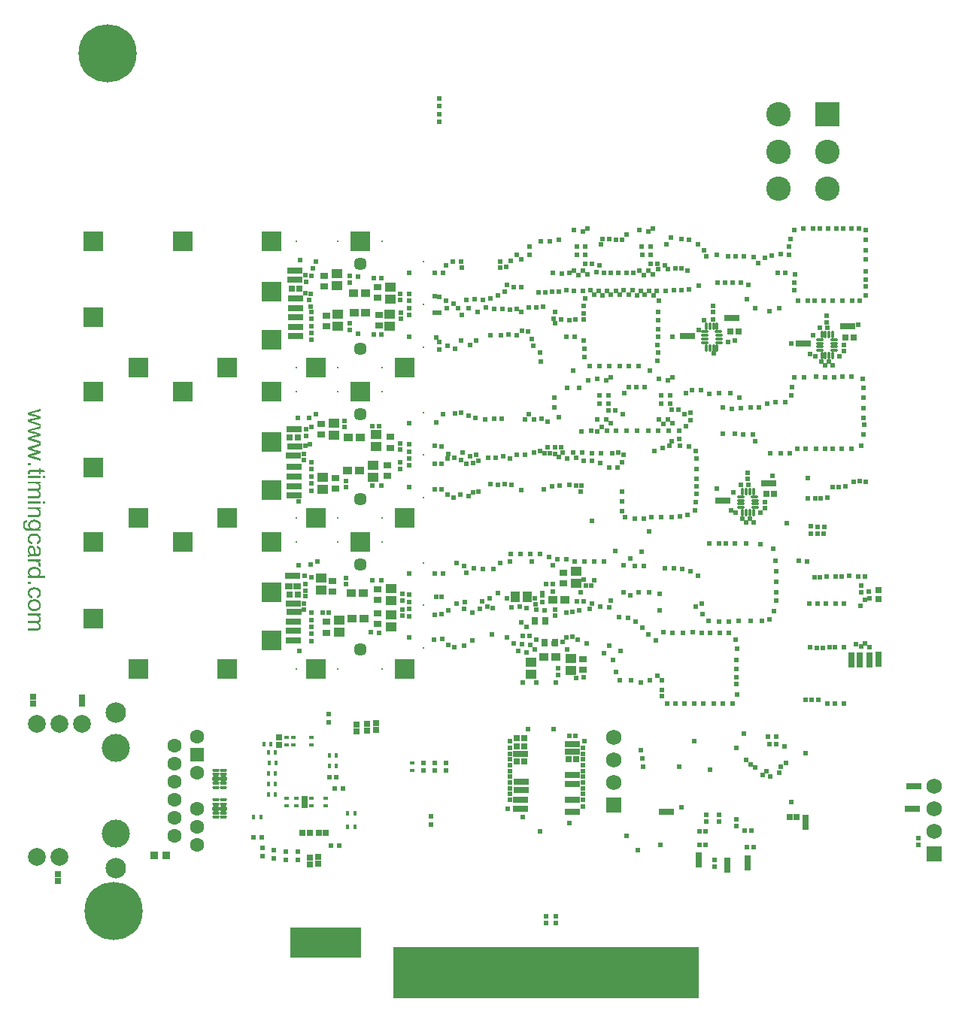
<source format=gbr>
G04*
G04 #@! TF.GenerationSoftware,Altium Limited,Altium Designer,24.9.1 (31)*
G04*
G04 Layer_Color=16711935*
%FSLAX25Y25*%
%MOIN*%
G70*
G04*
G04 #@! TF.SameCoordinates,8C3FED30-37FA-4A54-8C90-A1F039295453*
G04*
G04*
G04 #@! TF.FilePolarity,Negative*
G04*
G01*
G75*
%ADD31R,0.02648X0.02816*%
%ADD32R,0.02288X0.02016*%
%ADD56R,0.02016X0.02288*%
%ADD77R,0.02953X0.03543*%
%ADD78R,0.01575X0.01968*%
%ADD94R,0.31496X0.13583*%
%ADD95R,1.35433X0.23032*%
%ADD102R,0.03162X0.03359*%
%ADD103R,0.03359X0.03162*%
%ADD112R,0.06312X0.06312*%
G04:AMPARAMS|DCode=114|XSize=15.87mil|YSize=31.62mil|CornerRadius=5.97mil|HoleSize=0mil|Usage=FLASHONLY|Rotation=0.000|XOffset=0mil|YOffset=0mil|HoleType=Round|Shape=RoundedRectangle|*
%AMROUNDEDRECTD114*
21,1,0.01587,0.01968,0,0,0.0*
21,1,0.00394,0.03162,0,0,0.0*
1,1,0.01194,0.00197,-0.00984*
1,1,0.01194,-0.00197,-0.00984*
1,1,0.01194,-0.00197,0.00984*
1,1,0.01194,0.00197,0.00984*
%
%ADD114ROUNDEDRECTD114*%
G04:AMPARAMS|DCode=115|XSize=15.87mil|YSize=31.62mil|CornerRadius=5.97mil|HoleSize=0mil|Usage=FLASHONLY|Rotation=90.000|XOffset=0mil|YOffset=0mil|HoleType=Round|Shape=RoundedRectangle|*
%AMROUNDEDRECTD115*
21,1,0.01587,0.01968,0,0,90.0*
21,1,0.00394,0.03162,0,0,90.0*
1,1,0.01194,0.00984,0.00197*
1,1,0.01194,0.00984,-0.00197*
1,1,0.01194,-0.00984,-0.00197*
1,1,0.01194,-0.00984,0.00197*
%
%ADD115ROUNDEDRECTD115*%
G04:AMPARAMS|DCode=116|XSize=15.87mil|YSize=35.56mil|CornerRadius=5.97mil|HoleSize=0mil|Usage=FLASHONLY|Rotation=90.000|XOffset=0mil|YOffset=0mil|HoleType=Round|Shape=RoundedRectangle|*
%AMROUNDEDRECTD116*
21,1,0.01587,0.02362,0,0,90.0*
21,1,0.00394,0.03556,0,0,90.0*
1,1,0.01194,0.01181,0.00197*
1,1,0.01194,0.01181,-0.00197*
1,1,0.01194,-0.01181,-0.00197*
1,1,0.01194,-0.01181,0.00197*
%
%ADD116ROUNDEDRECTD116*%
%ADD117R,0.02965X0.02965*%
%ADD118R,0.03600X0.17300*%
%ADD120R,0.02965X0.02769*%
%ADD121R,0.02769X0.02965*%
%ADD123R,0.02965X0.02965*%
%ADD130R,0.03600X0.13400*%
%ADD131R,0.06902X0.06902*%
%ADD132C,0.06902*%
%ADD133C,0.05721*%
%ADD134R,0.08674X0.08674*%
%ADD135C,0.00800*%
%ADD136C,0.12414*%
%ADD137C,0.07887*%
%ADD138C,0.09068*%
%ADD139C,0.06312*%
%ADD140C,0.25800*%
%ADD141R,0.10827X0.10827*%
%ADD142C,0.10827*%
%ADD143C,0.02400*%
%ADD167R,0.03543X0.02953*%
%ADD169R,0.04355X0.03773*%
%ADD172R,0.02237X0.02254*%
%ADD173R,0.03347X0.03543*%
%ADD176R,0.02254X0.02237*%
%ADD177R,0.01968X0.01575*%
%ADD178R,0.01843X0.01860*%
%ADD179R,0.04737X0.04343*%
%ADD180R,0.04343X0.04737*%
%ADD181R,0.02572X0.02572*%
G04:AMPARAMS|DCode=182|XSize=15.87mil|YSize=30.24mil|CornerRadius=5.97mil|HoleSize=0mil|Usage=FLASHONLY|Rotation=270.000|XOffset=0mil|YOffset=0mil|HoleType=Round|Shape=RoundedRectangle|*
%AMROUNDEDRECTD182*
21,1,0.01587,0.01831,0,0,270.0*
21,1,0.00394,0.03024,0,0,270.0*
1,1,0.01194,-0.00915,-0.00197*
1,1,0.01194,-0.00915,0.00197*
1,1,0.01194,0.00915,0.00197*
1,1,0.01194,0.00915,-0.00197*
%
%ADD182ROUNDEDRECTD182*%
G04:AMPARAMS|DCode=183|XSize=23.75mil|YSize=30.24mil|CornerRadius=5.97mil|HoleSize=0mil|Usage=FLASHONLY|Rotation=270.000|XOffset=0mil|YOffset=0mil|HoleType=Round|Shape=RoundedRectangle|*
%AMROUNDEDRECTD183*
21,1,0.02375,0.01831,0,0,270.0*
21,1,0.01181,0.03024,0,0,270.0*
1,1,0.01194,-0.00915,-0.00591*
1,1,0.01194,-0.00915,0.00591*
1,1,0.01194,0.00915,0.00591*
1,1,0.01194,0.00915,-0.00591*
%
%ADD183ROUNDEDRECTD183*%
G36*
X-7915Y-154926D02*
X-11137Y-155815D01*
X-12337Y-156126D01*
X-12326D01*
X-12304Y-156137D01*
X-12248Y-156148D01*
X-12215Y-156159D01*
X-12160Y-156170D01*
X-12093Y-156181D01*
X-12015Y-156203D01*
X-11926Y-156226D01*
X-11815Y-156259D01*
X-11693Y-156292D01*
X-11548Y-156326D01*
X-11382Y-156370D01*
X-11193Y-156414D01*
X-7915Y-157303D01*
Y-158270D01*
X-11160Y-159103D01*
X-12226Y-159381D01*
X-11148Y-159703D01*
X-7915Y-160659D01*
Y-161581D01*
X-13493Y-159825D01*
Y-158859D01*
X-10160Y-157970D01*
X-9204Y-157748D01*
X-13493Y-156626D01*
Y-155626D01*
X-7915Y-153937D01*
Y-154926D01*
D02*
G37*
G36*
Y-162681D02*
X-11137Y-163569D01*
X-12337Y-163880D01*
X-12326D01*
X-12304Y-163892D01*
X-12248Y-163903D01*
X-12215Y-163914D01*
X-12160Y-163925D01*
X-12093Y-163936D01*
X-12015Y-163958D01*
X-11926Y-163980D01*
X-11815Y-164014D01*
X-11693Y-164047D01*
X-11548Y-164080D01*
X-11382Y-164125D01*
X-11193Y-164169D01*
X-7915Y-165058D01*
Y-166025D01*
X-11160Y-166858D01*
X-12226Y-167136D01*
X-11148Y-167458D01*
X-7915Y-168413D01*
Y-169335D01*
X-13493Y-167580D01*
Y-166613D01*
X-10160Y-165725D01*
X-9204Y-165503D01*
X-13493Y-164380D01*
Y-163381D01*
X-7915Y-161692D01*
Y-162681D01*
D02*
G37*
G36*
Y-170435D02*
X-11137Y-171324D01*
X-12337Y-171635D01*
X-12326D01*
X-12304Y-171646D01*
X-12248Y-171657D01*
X-12215Y-171669D01*
X-12160Y-171680D01*
X-12093Y-171691D01*
X-12015Y-171713D01*
X-11926Y-171735D01*
X-11815Y-171769D01*
X-11693Y-171802D01*
X-11548Y-171835D01*
X-11382Y-171880D01*
X-11193Y-171924D01*
X-7915Y-172813D01*
Y-173779D01*
X-11160Y-174613D01*
X-12226Y-174890D01*
X-11148Y-175213D01*
X-7915Y-176168D01*
Y-177090D01*
X-13493Y-175335D01*
Y-174368D01*
X-10160Y-173479D01*
X-9204Y-173257D01*
X-13493Y-172135D01*
Y-171135D01*
X-7915Y-169447D01*
Y-170435D01*
D02*
G37*
G36*
X-12415Y-179235D02*
X-13493D01*
Y-178157D01*
X-12415D01*
Y-179235D01*
D02*
G37*
G36*
X-7915Y-181034D02*
X-6538D01*
X-5971Y-181979D01*
X-7915D01*
Y-182934D01*
X-8649D01*
Y-181979D01*
X-11926D01*
X-11948D01*
X-11993D01*
X-12060D01*
X-12137Y-181990D01*
X-12315Y-182001D01*
X-12393Y-182012D01*
X-12448Y-182023D01*
X-12471Y-182034D01*
X-12515Y-182068D01*
X-12571Y-182112D01*
X-12626Y-182190D01*
X-12637Y-182212D01*
X-12659Y-182267D01*
X-12682Y-182368D01*
X-12693Y-182512D01*
Y-182623D01*
X-12682Y-182679D01*
Y-182756D01*
X-12671Y-182845D01*
X-12659Y-182934D01*
X-13493Y-183056D01*
Y-183034D01*
X-13504Y-182990D01*
X-13515Y-182912D01*
X-13526Y-182812D01*
X-13548Y-182701D01*
X-13559Y-182579D01*
X-13570Y-182334D01*
Y-182245D01*
X-13559Y-182156D01*
X-13548Y-182045D01*
X-13537Y-181912D01*
X-13504Y-181779D01*
X-13471Y-181656D01*
X-13415Y-181534D01*
X-13404Y-181523D01*
X-13382Y-181490D01*
X-13348Y-181445D01*
X-13293Y-181379D01*
X-13237Y-181323D01*
X-13159Y-181256D01*
X-13082Y-181190D01*
X-12982Y-181145D01*
X-12970D01*
X-12926Y-181123D01*
X-12848Y-181112D01*
X-12737Y-181090D01*
X-12593Y-181068D01*
X-12504Y-181056D01*
X-12404D01*
X-12282Y-181045D01*
X-12160Y-181034D01*
X-12026D01*
X-11871D01*
X-8649D01*
Y-180334D01*
X-7915D01*
Y-181034D01*
D02*
G37*
G36*
X-5805Y-184812D02*
X-6882D01*
Y-183867D01*
X-5805D01*
Y-184812D01*
D02*
G37*
G36*
X-7915D02*
X-13493D01*
Y-183867D01*
X-7915D01*
Y-184812D01*
D02*
G37*
G36*
Y-187089D02*
X-8715D01*
X-8693Y-187100D01*
X-8649Y-187134D01*
X-8571Y-187200D01*
X-8482Y-187278D01*
X-8371Y-187378D01*
X-8260Y-187500D01*
X-8149Y-187634D01*
X-8049Y-187789D01*
X-8038Y-187811D01*
X-8004Y-187867D01*
X-7971Y-187956D01*
X-7915Y-188078D01*
X-7871Y-188223D01*
X-7838Y-188389D01*
X-7804Y-188578D01*
X-7793Y-188778D01*
Y-188878D01*
X-7804Y-189000D01*
X-7827Y-189134D01*
X-7860Y-189300D01*
X-7904Y-189467D01*
X-7971Y-189633D01*
X-8060Y-189789D01*
X-8071Y-189811D01*
X-8104Y-189856D01*
X-8160Y-189922D01*
X-8249Y-190011D01*
X-8349Y-190100D01*
X-8471Y-190200D01*
X-8615Y-190289D01*
X-8782Y-190356D01*
X-8771Y-190367D01*
X-8738Y-190389D01*
X-8693Y-190422D01*
X-8626Y-190478D01*
X-8549Y-190544D01*
X-8471Y-190622D01*
X-8382Y-190711D01*
X-8282Y-190822D01*
X-8193Y-190944D01*
X-8104Y-191067D01*
X-8027Y-191211D01*
X-7949Y-191367D01*
X-7882Y-191533D01*
X-7838Y-191711D01*
X-7804Y-191889D01*
X-7793Y-192089D01*
Y-192166D01*
X-7804Y-192222D01*
Y-192300D01*
X-7816Y-192378D01*
X-7849Y-192567D01*
X-7904Y-192766D01*
X-7993Y-192977D01*
X-8104Y-193189D01*
X-8260Y-193366D01*
X-8282Y-193389D01*
X-8349Y-193433D01*
X-8449Y-193511D01*
X-8527Y-193544D01*
X-8604Y-193589D01*
X-8704Y-193633D01*
X-8804Y-193666D01*
X-8915Y-193711D01*
X-9049Y-193744D01*
X-9182Y-193766D01*
X-9338Y-193789D01*
X-9493Y-193811D01*
X-9671D01*
X-13493D01*
Y-192866D01*
X-9993D01*
X-9982D01*
X-9971D01*
X-9904D01*
X-9804D01*
X-9682Y-192855D01*
X-9549Y-192844D01*
X-9415Y-192833D01*
X-9282Y-192811D01*
X-9182Y-192778D01*
X-9171D01*
X-9138Y-192755D01*
X-9093Y-192733D01*
X-9038Y-192700D01*
X-8971Y-192655D01*
X-8904Y-192600D01*
X-8838Y-192533D01*
X-8771Y-192444D01*
X-8760Y-192433D01*
X-8749Y-192400D01*
X-8726Y-192355D01*
X-8693Y-192278D01*
X-8660Y-192200D01*
X-8638Y-192100D01*
X-8626Y-192000D01*
X-8615Y-191878D01*
Y-191822D01*
X-8626Y-191778D01*
X-8638Y-191667D01*
X-8660Y-191533D01*
X-8715Y-191378D01*
X-8782Y-191211D01*
X-8882Y-191044D01*
X-9015Y-190889D01*
X-9038Y-190878D01*
X-9093Y-190833D01*
X-9182Y-190767D01*
X-9315Y-190700D01*
X-9493Y-190622D01*
X-9704Y-190567D01*
X-9960Y-190522D01*
X-10260Y-190500D01*
X-13493D01*
Y-189556D01*
X-9882D01*
X-9871D01*
X-9849D01*
X-9826D01*
X-9782D01*
X-9660Y-189545D01*
X-9526Y-189522D01*
X-9371Y-189500D01*
X-9215Y-189456D01*
X-9071Y-189400D01*
X-8938Y-189322D01*
X-8926Y-189311D01*
X-8882Y-189278D01*
X-8838Y-189222D01*
X-8771Y-189145D01*
X-8715Y-189045D01*
X-8660Y-188911D01*
X-8626Y-188756D01*
X-8615Y-188567D01*
Y-188500D01*
X-8626Y-188422D01*
X-8638Y-188334D01*
X-8671Y-188223D01*
X-8704Y-188089D01*
X-8760Y-187967D01*
X-8827Y-187834D01*
X-8838Y-187822D01*
X-8871Y-187778D01*
X-8915Y-187723D01*
X-8982Y-187645D01*
X-9071Y-187567D01*
X-9182Y-187489D01*
X-9304Y-187411D01*
X-9449Y-187345D01*
X-9471Y-187334D01*
X-9526Y-187323D01*
X-9615Y-187300D01*
X-9737Y-187267D01*
X-9904Y-187234D01*
X-10104Y-187211D01*
X-10337Y-187200D01*
X-10604Y-187189D01*
X-13493D01*
Y-186245D01*
X-7915D01*
Y-187089D01*
D02*
G37*
G36*
X-5805Y-196155D02*
X-6882D01*
Y-195211D01*
X-5805D01*
Y-196155D01*
D02*
G37*
G36*
X-7915D02*
X-13493D01*
Y-195211D01*
X-7915D01*
Y-196155D01*
D02*
G37*
G36*
Y-198444D02*
X-8715D01*
X-8704Y-198455D01*
X-8671Y-198477D01*
X-8626Y-198510D01*
X-8571Y-198555D01*
X-8504Y-198621D01*
X-8427Y-198699D01*
X-8338Y-198788D01*
X-8249Y-198899D01*
X-8171Y-199010D01*
X-8082Y-199144D01*
X-8004Y-199288D01*
X-7938Y-199444D01*
X-7882Y-199621D01*
X-7838Y-199799D01*
X-7804Y-199999D01*
X-7793Y-200210D01*
Y-200299D01*
X-7804Y-200388D01*
X-7816Y-200510D01*
X-7838Y-200655D01*
X-7871Y-200810D01*
X-7915Y-200977D01*
X-7982Y-201132D01*
X-7993Y-201154D01*
X-8016Y-201199D01*
X-8049Y-201277D01*
X-8104Y-201366D01*
X-8171Y-201477D01*
X-8260Y-201577D01*
X-8349Y-201677D01*
X-8460Y-201766D01*
X-8471Y-201777D01*
X-8515Y-201799D01*
X-8571Y-201832D01*
X-8649Y-201888D01*
X-8760Y-201932D01*
X-8871Y-201977D01*
X-9004Y-202032D01*
X-9149Y-202065D01*
X-9160D01*
X-9204Y-202077D01*
X-9271Y-202088D01*
X-9360Y-202099D01*
X-9493D01*
X-9649Y-202110D01*
X-9838Y-202121D01*
X-10071D01*
X-13493D01*
Y-201177D01*
X-10115D01*
X-10104D01*
X-10093D01*
X-10015D01*
X-9915D01*
X-9793Y-201166D01*
X-9649Y-201154D01*
X-9504Y-201132D01*
X-9371Y-201099D01*
X-9249Y-201066D01*
X-9238D01*
X-9204Y-201043D01*
X-9149Y-201010D01*
X-9082Y-200977D01*
X-9015Y-200921D01*
X-8938Y-200854D01*
X-8860Y-200766D01*
X-8793Y-200666D01*
X-8782Y-200655D01*
X-8760Y-200621D01*
X-8738Y-200555D01*
X-8704Y-200477D01*
X-8671Y-200388D01*
X-8638Y-200277D01*
X-8626Y-200144D01*
X-8615Y-200010D01*
Y-199955D01*
X-8626Y-199910D01*
X-8638Y-199799D01*
X-8660Y-199655D01*
X-8715Y-199499D01*
X-8782Y-199321D01*
X-8871Y-199144D01*
X-9004Y-198977D01*
X-9026Y-198955D01*
X-9082Y-198910D01*
X-9127Y-198877D01*
X-9182Y-198844D01*
X-9249Y-198799D01*
X-9326Y-198766D01*
X-9415Y-198721D01*
X-9526Y-198677D01*
X-9649Y-198644D01*
X-9782Y-198610D01*
X-9926Y-198588D01*
X-10082Y-198566D01*
X-10271Y-198544D01*
X-10460D01*
X-13493D01*
Y-197599D01*
X-7915D01*
Y-198444D01*
D02*
G37*
G36*
X-10471Y-203221D02*
X-10393D01*
X-10193Y-203243D01*
X-9971Y-203276D01*
X-9726Y-203332D01*
X-9471Y-203399D01*
X-9215Y-203499D01*
X-9204D01*
X-9182Y-203510D01*
X-9149Y-203532D01*
X-9104Y-203554D01*
X-8982Y-203621D01*
X-8827Y-203710D01*
X-8660Y-203832D01*
X-8493Y-203976D01*
X-8315Y-204143D01*
X-8171Y-204332D01*
Y-204343D01*
X-8160Y-204354D01*
X-8138Y-204387D01*
X-8115Y-204432D01*
X-8049Y-204543D01*
X-7982Y-204699D01*
X-7915Y-204888D01*
X-7849Y-205110D01*
X-7804Y-205354D01*
X-7793Y-205621D01*
Y-205721D01*
X-7804Y-205787D01*
X-7816Y-205865D01*
X-7838Y-205965D01*
X-7860Y-206076D01*
X-7893Y-206198D01*
X-7938Y-206321D01*
X-7993Y-206454D01*
X-8060Y-206587D01*
X-8138Y-206732D01*
X-8227Y-206865D01*
X-8338Y-206998D01*
X-8460Y-207132D01*
X-8604Y-207254D01*
X-7915D01*
Y-208120D01*
X-12737D01*
X-12748D01*
X-12793D01*
X-12859D01*
X-12948D01*
X-13048Y-208109D01*
X-13171D01*
X-13304Y-208098D01*
X-13448Y-208087D01*
X-13748Y-208054D01*
X-14059Y-208009D01*
X-14204Y-207976D01*
X-14337Y-207943D01*
X-14459Y-207898D01*
X-14570Y-207854D01*
X-14581D01*
X-14593Y-207843D01*
X-14659Y-207798D01*
X-14759Y-207743D01*
X-14881Y-207654D01*
X-15015Y-207532D01*
X-15159Y-207387D01*
X-15304Y-207209D01*
X-15426Y-207010D01*
Y-206998D01*
X-15437Y-206987D01*
X-15459Y-206954D01*
X-15470Y-206909D01*
X-15504Y-206854D01*
X-15526Y-206787D01*
X-15581Y-206621D01*
X-15648Y-206421D01*
X-15692Y-206176D01*
X-15737Y-205898D01*
X-15748Y-205598D01*
Y-205499D01*
X-15737Y-205432D01*
Y-205343D01*
X-15726Y-205254D01*
X-15715Y-205143D01*
X-15692Y-205021D01*
X-15637Y-204765D01*
X-15559Y-204499D01*
X-15448Y-204232D01*
X-15292Y-203988D01*
X-15281Y-203976D01*
X-15270Y-203965D01*
X-15204Y-203888D01*
X-15104Y-203799D01*
X-14959Y-203688D01*
X-14770Y-203576D01*
X-14537Y-203477D01*
X-14404Y-203443D01*
X-14259Y-203421D01*
X-14115Y-203399D01*
X-13948D01*
X-14070Y-204321D01*
X-14093D01*
X-14137Y-204332D01*
X-14215Y-204354D01*
X-14315Y-204376D01*
X-14415Y-204421D01*
X-14515Y-204476D01*
X-14615Y-204543D01*
X-14693Y-204632D01*
X-14704Y-204654D01*
X-14737Y-204699D01*
X-14782Y-204776D01*
X-14826Y-204888D01*
X-14881Y-205021D01*
X-14926Y-205187D01*
X-14959Y-205387D01*
X-14970Y-205598D01*
Y-205710D01*
X-14959Y-205821D01*
X-14937Y-205976D01*
X-14904Y-206132D01*
X-14859Y-206298D01*
X-14793Y-206465D01*
X-14704Y-206610D01*
X-14693Y-206621D01*
X-14659Y-206665D01*
X-14593Y-206732D01*
X-14515Y-206809D01*
X-14404Y-206887D01*
X-14281Y-206965D01*
X-14137Y-207043D01*
X-13970Y-207098D01*
X-13959D01*
X-13915Y-207109D01*
X-13826Y-207121D01*
X-13715Y-207132D01*
X-13637Y-207143D01*
X-13548D01*
X-13448Y-207154D01*
X-13337D01*
X-13215D01*
X-13070Y-207165D01*
X-12926D01*
X-12759D01*
X-12770Y-207154D01*
X-12793Y-207132D01*
X-12826Y-207098D01*
X-12870Y-207054D01*
X-12926Y-206998D01*
X-12993Y-206921D01*
X-13059Y-206832D01*
X-13126Y-206743D01*
X-13259Y-206509D01*
X-13382Y-206254D01*
X-13426Y-206110D01*
X-13459Y-205954D01*
X-13482Y-205787D01*
X-13493Y-205621D01*
Y-205565D01*
X-13482Y-205510D01*
Y-205432D01*
X-13471Y-205332D01*
X-13448Y-205221D01*
X-13426Y-205099D01*
X-13393Y-204965D01*
X-13348Y-204821D01*
X-13293Y-204676D01*
X-13226Y-204532D01*
X-13148Y-204376D01*
X-13048Y-204232D01*
X-12937Y-204087D01*
X-12815Y-203954D01*
X-12671Y-203832D01*
X-12659Y-203821D01*
X-12637Y-203810D01*
X-12582Y-203777D01*
X-12526Y-203732D01*
X-12437Y-203688D01*
X-12348Y-203632D01*
X-12237Y-203576D01*
X-12104Y-203521D01*
X-11971Y-203465D01*
X-11815Y-203410D01*
X-11660Y-203354D01*
X-11482Y-203310D01*
X-11104Y-203232D01*
X-10893Y-203221D01*
X-10682Y-203210D01*
X-10671D01*
X-10649D01*
X-10604D01*
X-10548D01*
X-10471Y-203221D01*
D02*
G37*
G36*
X-10493Y-209287D02*
X-10404D01*
X-10304Y-209298D01*
X-10193Y-209309D01*
X-9949Y-209343D01*
X-9682Y-209398D01*
X-9415Y-209465D01*
X-9149Y-209565D01*
X-9138D01*
X-9115Y-209576D01*
X-9082Y-209598D01*
X-9038Y-209620D01*
X-8915Y-209687D01*
X-8771Y-209787D01*
X-8604Y-209920D01*
X-8438Y-210076D01*
X-8271Y-210265D01*
X-8138Y-210476D01*
Y-210487D01*
X-8127Y-210509D01*
X-8104Y-210542D01*
X-8082Y-210587D01*
X-8060Y-210642D01*
X-8027Y-210709D01*
X-7960Y-210876D01*
X-7904Y-211065D01*
X-7849Y-211298D01*
X-7804Y-211542D01*
X-7793Y-211809D01*
Y-211898D01*
X-7804Y-211965D01*
Y-212031D01*
X-7816Y-212120D01*
X-7849Y-212331D01*
X-7904Y-212564D01*
X-7993Y-212809D01*
X-8104Y-213053D01*
X-8260Y-213287D01*
Y-213298D01*
X-8282Y-213309D01*
X-8349Y-213375D01*
X-8449Y-213475D01*
X-8593Y-213598D01*
X-8771Y-213720D01*
X-8993Y-213842D01*
X-9249Y-213953D01*
X-9549Y-214031D01*
X-9693Y-213109D01*
X-9682D01*
X-9671Y-213098D01*
X-9604Y-213087D01*
X-9504Y-213053D01*
X-9382Y-212998D01*
X-9249Y-212942D01*
X-9104Y-212853D01*
X-8971Y-212753D01*
X-8860Y-212642D01*
X-8849Y-212631D01*
X-8815Y-212587D01*
X-8771Y-212509D01*
X-8715Y-212420D01*
X-8660Y-212298D01*
X-8615Y-212164D01*
X-8582Y-212009D01*
X-8571Y-211842D01*
Y-211776D01*
X-8582Y-211720D01*
X-8593Y-211598D01*
X-8638Y-211431D01*
X-8693Y-211253D01*
X-8782Y-211053D01*
X-8915Y-210865D01*
X-8993Y-210776D01*
X-9082Y-210687D01*
X-9093D01*
X-9104Y-210665D01*
X-9138Y-210642D01*
X-9182Y-210620D01*
X-9238Y-210587D01*
X-9304Y-210542D01*
X-9382Y-210509D01*
X-9471Y-210465D01*
X-9582Y-210420D01*
X-9704Y-210387D01*
X-9838Y-210343D01*
X-9982Y-210309D01*
X-10137Y-210287D01*
X-10315Y-210265D01*
X-10504Y-210243D01*
X-10704D01*
X-10715D01*
X-10748D01*
X-10815D01*
X-10882Y-210254D01*
X-10982D01*
X-11082Y-210265D01*
X-11326Y-210298D01*
X-11593Y-210343D01*
X-11871Y-210420D01*
X-12115Y-210520D01*
X-12237Y-210587D01*
X-12337Y-210665D01*
X-12359Y-210687D01*
X-12415Y-210742D01*
X-12493Y-210842D01*
X-12582Y-210965D01*
X-12682Y-211131D01*
X-12759Y-211320D01*
X-12815Y-211542D01*
X-12826Y-211665D01*
X-12837Y-211787D01*
Y-211809D01*
X-12826Y-211876D01*
X-12815Y-211987D01*
X-12793Y-212109D01*
X-12759Y-212253D01*
X-12693Y-212409D01*
X-12615Y-212564D01*
X-12504Y-212709D01*
X-12493Y-212731D01*
X-12437Y-212764D01*
X-12359Y-212831D01*
X-12237Y-212909D01*
X-12093Y-212987D01*
X-11915Y-213075D01*
X-11693Y-213142D01*
X-11448Y-213187D01*
X-11571Y-214120D01*
X-11582D01*
X-11615Y-214109D01*
X-11660Y-214098D01*
X-11726Y-214087D01*
X-11815Y-214064D01*
X-11904Y-214042D01*
X-12126Y-213964D01*
X-12359Y-213864D01*
X-12615Y-213720D01*
X-12859Y-213542D01*
X-12970Y-213442D01*
X-13082Y-213331D01*
X-13093Y-213320D01*
X-13104Y-213298D01*
X-13126Y-213264D01*
X-13159Y-213220D01*
X-13204Y-213164D01*
X-13248Y-213087D01*
X-13293Y-212998D01*
X-13348Y-212909D01*
X-13448Y-212687D01*
X-13526Y-212420D01*
X-13593Y-212131D01*
X-13604Y-211965D01*
X-13615Y-211798D01*
Y-211687D01*
X-13604Y-211609D01*
X-13593Y-211509D01*
X-13570Y-211398D01*
X-13548Y-211276D01*
X-13526Y-211142D01*
X-13437Y-210842D01*
X-13371Y-210698D01*
X-13304Y-210542D01*
X-13215Y-210387D01*
X-13115Y-210243D01*
X-13004Y-210098D01*
X-12870Y-209965D01*
X-12859Y-209954D01*
X-12837Y-209931D01*
X-12793Y-209898D01*
X-12737Y-209854D01*
X-12659Y-209809D01*
X-12559Y-209742D01*
X-12448Y-209687D01*
X-12326Y-209620D01*
X-12182Y-209554D01*
X-12015Y-209498D01*
X-11848Y-209431D01*
X-11648Y-209387D01*
X-11448Y-209343D01*
X-11215Y-209309D01*
X-10982Y-209287D01*
X-10726Y-209276D01*
X-10715D01*
X-10682D01*
X-10637D01*
X-10571D01*
X-10493Y-209287D01*
D02*
G37*
G36*
X-11882Y-214620D02*
X-11782Y-214631D01*
X-11660Y-214653D01*
X-11537Y-214686D01*
X-11404Y-214731D01*
X-11282Y-214787D01*
X-11271Y-214798D01*
X-11226Y-214820D01*
X-11160Y-214864D01*
X-11082Y-214920D01*
X-10993Y-214986D01*
X-10904Y-215075D01*
X-10815Y-215164D01*
X-10737Y-215275D01*
X-10726Y-215286D01*
X-10704Y-215331D01*
X-10660Y-215386D01*
X-10615Y-215475D01*
X-10571Y-215575D01*
X-10515Y-215698D01*
X-10471Y-215820D01*
X-10426Y-215964D01*
Y-215975D01*
X-10415Y-216020D01*
X-10393Y-216086D01*
X-10382Y-216175D01*
X-10360Y-216286D01*
X-10337Y-216431D01*
X-10304Y-216597D01*
X-10282Y-216797D01*
Y-216809D01*
X-10271Y-216853D01*
Y-216909D01*
X-10260Y-216986D01*
X-10249Y-217075D01*
X-10226Y-217186D01*
X-10215Y-217308D01*
X-10193Y-217442D01*
X-10137Y-217708D01*
X-10082Y-217997D01*
X-10015Y-218253D01*
X-9982Y-218375D01*
X-9949Y-218486D01*
X-9938D01*
X-9915D01*
X-9849Y-218497D01*
X-9771D01*
X-9726D01*
X-9704D01*
X-9693D01*
X-9682D01*
X-9615D01*
X-9504Y-218486D01*
X-9382Y-218464D01*
X-9249Y-218430D01*
X-9115Y-218375D01*
X-8993Y-218308D01*
X-8893Y-218219D01*
X-8882Y-218208D01*
X-8838Y-218153D01*
X-8793Y-218064D01*
X-8726Y-217953D01*
X-8671Y-217797D01*
X-8615Y-217619D01*
X-8582Y-217397D01*
X-8571Y-217142D01*
Y-217031D01*
X-8582Y-216920D01*
X-8604Y-216764D01*
X-8626Y-216609D01*
X-8671Y-216442D01*
X-8726Y-216286D01*
X-8804Y-216153D01*
X-8815Y-216142D01*
X-8849Y-216097D01*
X-8904Y-216042D01*
X-8993Y-215975D01*
X-9104Y-215909D01*
X-9249Y-215831D01*
X-9426Y-215764D01*
X-9626Y-215698D01*
X-9504Y-214775D01*
X-9493D01*
X-9482Y-214787D01*
X-9449D01*
X-9404Y-214798D01*
X-9304Y-214831D01*
X-9160Y-214875D01*
X-9015Y-214931D01*
X-8860Y-214998D01*
X-8704Y-215086D01*
X-8560Y-215186D01*
X-8549Y-215197D01*
X-8504Y-215242D01*
X-8438Y-215309D01*
X-8349Y-215398D01*
X-8260Y-215520D01*
X-8171Y-215664D01*
X-8071Y-215831D01*
X-7993Y-216020D01*
Y-216031D01*
X-7982Y-216042D01*
X-7971Y-216075D01*
X-7960Y-216120D01*
X-7927Y-216231D01*
X-7893Y-216386D01*
X-7860Y-216564D01*
X-7827Y-216786D01*
X-7804Y-217020D01*
X-7793Y-217286D01*
Y-217408D01*
X-7804Y-217531D01*
X-7816Y-217697D01*
X-7838Y-217886D01*
X-7871Y-218075D01*
X-7915Y-218264D01*
X-7971Y-218442D01*
X-7982Y-218464D01*
X-8004Y-218519D01*
X-8038Y-218597D01*
X-8082Y-218697D01*
X-8149Y-218808D01*
X-8215Y-218919D01*
X-8304Y-219019D01*
X-8393Y-219108D01*
X-8404Y-219119D01*
X-8438Y-219142D01*
X-8493Y-219175D01*
X-8560Y-219219D01*
X-8660Y-219275D01*
X-8760Y-219319D01*
X-8882Y-219364D01*
X-9026Y-219397D01*
X-9038D01*
X-9071Y-219408D01*
X-9138Y-219419D01*
X-9226Y-219430D01*
X-9349D01*
X-9493Y-219442D01*
X-9682Y-219453D01*
X-9893D01*
X-11160D01*
X-11171D01*
X-11215D01*
X-11282D01*
X-11371D01*
X-11471D01*
X-11593D01*
X-11859Y-219464D01*
X-12137D01*
X-12415Y-219475D01*
X-12537Y-219486D01*
X-12648D01*
X-12748Y-219497D01*
X-12826Y-219508D01*
X-12837D01*
X-12882Y-219519D01*
X-12948Y-219530D01*
X-13037Y-219564D01*
X-13137Y-219586D01*
X-13248Y-219630D01*
X-13371Y-219686D01*
X-13493Y-219742D01*
Y-218753D01*
X-13482Y-218742D01*
X-13437Y-218730D01*
X-13382Y-218708D01*
X-13293Y-218675D01*
X-13193Y-218642D01*
X-13070Y-218619D01*
X-12937Y-218597D01*
X-12793Y-218575D01*
Y-218564D01*
X-12815Y-218553D01*
X-12870Y-218486D01*
X-12948Y-218386D01*
X-13048Y-218253D01*
X-13148Y-218086D01*
X-13259Y-217919D01*
X-13359Y-217742D01*
X-13437Y-217553D01*
X-13448Y-217531D01*
X-13459Y-217464D01*
X-13493Y-217364D01*
X-13526Y-217242D01*
X-13559Y-217086D01*
X-13582Y-216909D01*
X-13604Y-216708D01*
X-13615Y-216509D01*
Y-216420D01*
X-13604Y-216353D01*
Y-216275D01*
X-13593Y-216186D01*
X-13559Y-215986D01*
X-13504Y-215764D01*
X-13426Y-215520D01*
X-13315Y-215298D01*
X-13171Y-215098D01*
X-13148Y-215075D01*
X-13093Y-215020D01*
X-12993Y-214942D01*
X-12859Y-214853D01*
X-12693Y-214764D01*
X-12504Y-214686D01*
X-12271Y-214631D01*
X-12160Y-214620D01*
X-12026Y-214609D01*
X-12004D01*
X-11959D01*
X-11882Y-214620D01*
D02*
G37*
G36*
X-7915Y-221752D02*
X-8760D01*
X-8749Y-221763D01*
X-8671Y-221808D01*
X-8571Y-221864D01*
X-8449Y-221952D01*
X-8326Y-222041D01*
X-8193Y-222141D01*
X-8082Y-222241D01*
X-7993Y-222341D01*
X-7982Y-222352D01*
X-7960Y-222386D01*
X-7927Y-222452D01*
X-7893Y-222519D01*
X-7860Y-222608D01*
X-7827Y-222719D01*
X-7804Y-222830D01*
X-7793Y-222952D01*
Y-223030D01*
X-7804Y-223130D01*
X-7827Y-223252D01*
X-7871Y-223397D01*
X-7927Y-223552D01*
X-8004Y-223730D01*
X-8104Y-223919D01*
X-8971Y-223574D01*
X-8960Y-223563D01*
X-8938Y-223519D01*
X-8904Y-223452D01*
X-8871Y-223363D01*
X-8838Y-223263D01*
X-8804Y-223141D01*
X-8782Y-223019D01*
X-8771Y-222897D01*
Y-222841D01*
X-8782Y-222786D01*
X-8793Y-222708D01*
X-8815Y-222630D01*
X-8849Y-222530D01*
X-8893Y-222430D01*
X-8960Y-222341D01*
X-8971Y-222330D01*
X-8993Y-222297D01*
X-9038Y-222264D01*
X-9093Y-222208D01*
X-9171Y-222152D01*
X-9260Y-222097D01*
X-9360Y-222041D01*
X-9482Y-221997D01*
X-9504Y-221986D01*
X-9571Y-221975D01*
X-9671Y-221952D01*
X-9804Y-221919D01*
X-9971Y-221886D01*
X-10160Y-221864D01*
X-10360Y-221852D01*
X-10582Y-221841D01*
X-13493D01*
Y-220897D01*
X-7915D01*
Y-221752D01*
D02*
G37*
G36*
X-10504Y-224141D02*
X-10415D01*
X-10215Y-224163D01*
X-9982Y-224197D01*
X-9726Y-224252D01*
X-9460Y-224319D01*
X-9204Y-224408D01*
X-9193D01*
X-9171Y-224419D01*
X-9138Y-224441D01*
X-9093Y-224463D01*
X-8971Y-224530D01*
X-8815Y-224619D01*
X-8649Y-224730D01*
X-8482Y-224874D01*
X-8304Y-225041D01*
X-8160Y-225241D01*
Y-225252D01*
X-8149Y-225263D01*
X-8127Y-225296D01*
X-8104Y-225341D01*
X-8049Y-225452D01*
X-7971Y-225608D01*
X-7904Y-225785D01*
X-7849Y-225996D01*
X-7804Y-226230D01*
X-7793Y-226474D01*
Y-226563D01*
X-7804Y-226652D01*
X-7816Y-226774D01*
X-7849Y-226919D01*
X-7882Y-227074D01*
X-7938Y-227230D01*
X-8016Y-227374D01*
X-8027Y-227396D01*
X-8049Y-227441D01*
X-8104Y-227507D01*
X-8160Y-227596D01*
X-8238Y-227707D01*
X-8338Y-227807D01*
X-8438Y-227919D01*
X-8560Y-228018D01*
X-5805D01*
Y-228963D01*
X-13493D01*
Y-228085D01*
X-12793D01*
X-12804Y-228074D01*
X-12826Y-228063D01*
X-12870Y-228030D01*
X-12926Y-227985D01*
X-12982Y-227930D01*
X-13048Y-227863D01*
X-13126Y-227785D01*
X-13204Y-227685D01*
X-13282Y-227585D01*
X-13359Y-227474D01*
X-13426Y-227341D01*
X-13482Y-227196D01*
X-13537Y-227052D01*
X-13582Y-226885D01*
X-13604Y-226708D01*
X-13615Y-226519D01*
Y-226452D01*
X-13604Y-226408D01*
X-13593Y-226274D01*
X-13570Y-226119D01*
X-13526Y-225930D01*
X-13459Y-225719D01*
X-13371Y-225508D01*
X-13248Y-225296D01*
Y-225285D01*
X-13226Y-225274D01*
X-13182Y-225208D01*
X-13093Y-225108D01*
X-12982Y-224985D01*
X-12837Y-224841D01*
X-12659Y-224697D01*
X-12460Y-224552D01*
X-12226Y-224430D01*
X-12215D01*
X-12193Y-224419D01*
X-12160Y-224408D01*
X-12115Y-224385D01*
X-12048Y-224363D01*
X-11971Y-224330D01*
X-11893Y-224308D01*
X-11793Y-224286D01*
X-11571Y-224230D01*
X-11315Y-224174D01*
X-11026Y-224141D01*
X-10715Y-224130D01*
X-10704D01*
X-10682D01*
X-10637D01*
X-10571D01*
X-10504Y-224141D01*
D02*
G37*
G36*
X-12415Y-231807D02*
X-13493D01*
Y-230729D01*
X-12415D01*
Y-231807D01*
D02*
G37*
G36*
X-10493Y-233185D02*
X-10404D01*
X-10304Y-233196D01*
X-10193Y-233207D01*
X-9949Y-233240D01*
X-9682Y-233296D01*
X-9415Y-233362D01*
X-9149Y-233462D01*
X-9138D01*
X-9115Y-233473D01*
X-9082Y-233496D01*
X-9038Y-233518D01*
X-8915Y-233585D01*
X-8771Y-233685D01*
X-8604Y-233818D01*
X-8438Y-233973D01*
X-8271Y-234162D01*
X-8138Y-234373D01*
Y-234384D01*
X-8127Y-234407D01*
X-8104Y-234440D01*
X-8082Y-234485D01*
X-8060Y-234540D01*
X-8027Y-234607D01*
X-7960Y-234773D01*
X-7904Y-234962D01*
X-7849Y-235195D01*
X-7804Y-235440D01*
X-7793Y-235707D01*
Y-235795D01*
X-7804Y-235862D01*
Y-235929D01*
X-7816Y-236018D01*
X-7849Y-236229D01*
X-7904Y-236462D01*
X-7993Y-236706D01*
X-8104Y-236951D01*
X-8260Y-237184D01*
Y-237195D01*
X-8282Y-237206D01*
X-8349Y-237273D01*
X-8449Y-237373D01*
X-8593Y-237495D01*
X-8771Y-237617D01*
X-8993Y-237740D01*
X-9249Y-237851D01*
X-9549Y-237929D01*
X-9693Y-237006D01*
X-9682D01*
X-9671Y-236995D01*
X-9604Y-236984D01*
X-9504Y-236951D01*
X-9382Y-236895D01*
X-9249Y-236840D01*
X-9104Y-236751D01*
X-8971Y-236651D01*
X-8860Y-236540D01*
X-8849Y-236529D01*
X-8815Y-236484D01*
X-8771Y-236406D01*
X-8715Y-236318D01*
X-8660Y-236195D01*
X-8615Y-236062D01*
X-8582Y-235907D01*
X-8571Y-235740D01*
Y-235673D01*
X-8582Y-235618D01*
X-8593Y-235495D01*
X-8638Y-235329D01*
X-8693Y-235151D01*
X-8782Y-234951D01*
X-8915Y-234762D01*
X-8993Y-234673D01*
X-9082Y-234584D01*
X-9093D01*
X-9104Y-234562D01*
X-9138Y-234540D01*
X-9182Y-234518D01*
X-9238Y-234485D01*
X-9304Y-234440D01*
X-9382Y-234407D01*
X-9471Y-234362D01*
X-9582Y-234318D01*
X-9704Y-234284D01*
X-9838Y-234240D01*
X-9982Y-234207D01*
X-10137Y-234185D01*
X-10315Y-234162D01*
X-10504Y-234140D01*
X-10704D01*
X-10715D01*
X-10748D01*
X-10815D01*
X-10882Y-234151D01*
X-10982D01*
X-11082Y-234162D01*
X-11326Y-234196D01*
X-11593Y-234240D01*
X-11871Y-234318D01*
X-12115Y-234418D01*
X-12237Y-234485D01*
X-12337Y-234562D01*
X-12359Y-234584D01*
X-12415Y-234640D01*
X-12493Y-234740D01*
X-12582Y-234862D01*
X-12682Y-235029D01*
X-12759Y-235218D01*
X-12815Y-235440D01*
X-12826Y-235562D01*
X-12837Y-235684D01*
Y-235707D01*
X-12826Y-235773D01*
X-12815Y-235884D01*
X-12793Y-236007D01*
X-12759Y-236151D01*
X-12693Y-236307D01*
X-12615Y-236462D01*
X-12504Y-236607D01*
X-12493Y-236629D01*
X-12437Y-236662D01*
X-12359Y-236729D01*
X-12237Y-236807D01*
X-12093Y-236884D01*
X-11915Y-236973D01*
X-11693Y-237040D01*
X-11448Y-237084D01*
X-11571Y-238018D01*
X-11582D01*
X-11615Y-238006D01*
X-11660Y-237995D01*
X-11726Y-237984D01*
X-11815Y-237962D01*
X-11904Y-237940D01*
X-12126Y-237862D01*
X-12359Y-237762D01*
X-12615Y-237617D01*
X-12859Y-237440D01*
X-12970Y-237340D01*
X-13082Y-237229D01*
X-13093Y-237218D01*
X-13104Y-237195D01*
X-13126Y-237162D01*
X-13159Y-237118D01*
X-13204Y-237062D01*
X-13248Y-236984D01*
X-13293Y-236895D01*
X-13348Y-236807D01*
X-13448Y-236584D01*
X-13526Y-236318D01*
X-13593Y-236029D01*
X-13604Y-235862D01*
X-13615Y-235696D01*
Y-235584D01*
X-13604Y-235507D01*
X-13593Y-235407D01*
X-13570Y-235296D01*
X-13548Y-235173D01*
X-13526Y-235040D01*
X-13437Y-234740D01*
X-13371Y-234596D01*
X-13304Y-234440D01*
X-13215Y-234284D01*
X-13115Y-234140D01*
X-13004Y-233996D01*
X-12870Y-233862D01*
X-12859Y-233851D01*
X-12837Y-233829D01*
X-12793Y-233796D01*
X-12737Y-233751D01*
X-12659Y-233707D01*
X-12559Y-233640D01*
X-12448Y-233585D01*
X-12326Y-233518D01*
X-12182Y-233451D01*
X-12015Y-233396D01*
X-11848Y-233329D01*
X-11648Y-233285D01*
X-11448Y-233240D01*
X-11215Y-233207D01*
X-10982Y-233185D01*
X-10726Y-233173D01*
X-10715D01*
X-10682D01*
X-10637D01*
X-10571D01*
X-10493Y-233185D01*
D02*
G37*
G36*
X-10560Y-238484D02*
X-10449D01*
X-10326Y-238495D01*
X-10171Y-238517D01*
X-10015Y-238540D01*
X-9838Y-238584D01*
X-9660Y-238629D01*
X-9471Y-238684D01*
X-9271Y-238751D01*
X-9082Y-238840D01*
X-8904Y-238929D01*
X-8726Y-239051D01*
X-8560Y-239173D01*
X-8415Y-239329D01*
X-8404Y-239340D01*
X-8393Y-239362D01*
X-8360Y-239406D01*
X-8315Y-239462D01*
X-8271Y-239528D01*
X-8215Y-239617D01*
X-8160Y-239706D01*
X-8104Y-239817D01*
X-8049Y-239939D01*
X-7993Y-240073D01*
X-7893Y-240373D01*
X-7816Y-240717D01*
X-7804Y-240895D01*
X-7793Y-241084D01*
Y-241195D01*
X-7804Y-241273D01*
X-7816Y-241373D01*
X-7838Y-241484D01*
X-7860Y-241606D01*
X-7882Y-241750D01*
X-7982Y-242050D01*
X-8038Y-242206D01*
X-8115Y-242361D01*
X-8193Y-242517D01*
X-8304Y-242673D01*
X-8415Y-242817D01*
X-8549Y-242961D01*
X-8560Y-242972D01*
X-8582Y-242995D01*
X-8626Y-243028D01*
X-8682Y-243073D01*
X-8760Y-243128D01*
X-8860Y-243195D01*
X-8971Y-243261D01*
X-9093Y-243328D01*
X-9226Y-243395D01*
X-9393Y-243461D01*
X-9560Y-243528D01*
X-9749Y-243584D01*
X-9949Y-243628D01*
X-10160Y-243661D01*
X-10382Y-243684D01*
X-10626Y-243695D01*
X-10637D01*
X-10671D01*
X-10726D01*
X-10804D01*
X-10893Y-243684D01*
X-11004Y-243672D01*
X-11115D01*
X-11237Y-243650D01*
X-11515Y-243617D01*
X-11793Y-243550D01*
X-12071Y-243473D01*
X-12326Y-243361D01*
X-12337D01*
X-12348Y-243350D01*
X-12382Y-243328D01*
X-12426Y-243306D01*
X-12537Y-243228D01*
X-12671Y-243128D01*
X-12826Y-242995D01*
X-12982Y-242828D01*
X-13137Y-242639D01*
X-13282Y-242417D01*
Y-242406D01*
X-13293Y-242395D01*
X-13315Y-242361D01*
X-13337Y-242306D01*
X-13359Y-242250D01*
X-13382Y-242184D01*
X-13448Y-242017D01*
X-13504Y-241828D01*
X-13559Y-241595D01*
X-13604Y-241351D01*
X-13615Y-241084D01*
Y-240973D01*
X-13604Y-240884D01*
X-13593Y-240784D01*
X-13570Y-240673D01*
X-13548Y-240539D01*
X-13526Y-240406D01*
X-13437Y-240106D01*
X-13371Y-239939D01*
X-13304Y-239784D01*
X-13215Y-239628D01*
X-13115Y-239473D01*
X-13004Y-239329D01*
X-12870Y-239184D01*
X-12859Y-239173D01*
X-12837Y-239151D01*
X-12793Y-239117D01*
X-12726Y-239073D01*
X-12648Y-239017D01*
X-12559Y-238962D01*
X-12448Y-238895D01*
X-12315Y-238828D01*
X-12171Y-238762D01*
X-12004Y-238695D01*
X-11826Y-238640D01*
X-11637Y-238584D01*
X-11426Y-238540D01*
X-11204Y-238506D01*
X-10960Y-238484D01*
X-10704Y-238473D01*
X-10682D01*
X-10637D01*
X-10560Y-238484D01*
D02*
G37*
G36*
X-7915Y-245639D02*
X-8715D01*
X-8693Y-245650D01*
X-8649Y-245683D01*
X-8571Y-245750D01*
X-8482Y-245828D01*
X-8371Y-245928D01*
X-8260Y-246050D01*
X-8149Y-246183D01*
X-8049Y-246339D01*
X-8038Y-246361D01*
X-8004Y-246417D01*
X-7971Y-246505D01*
X-7915Y-246628D01*
X-7871Y-246772D01*
X-7838Y-246939D01*
X-7804Y-247128D01*
X-7793Y-247328D01*
Y-247428D01*
X-7804Y-247550D01*
X-7827Y-247683D01*
X-7860Y-247850D01*
X-7904Y-248017D01*
X-7971Y-248183D01*
X-8060Y-248339D01*
X-8071Y-248361D01*
X-8104Y-248405D01*
X-8160Y-248472D01*
X-8249Y-248561D01*
X-8349Y-248650D01*
X-8471Y-248750D01*
X-8615Y-248839D01*
X-8782Y-248905D01*
X-8771Y-248916D01*
X-8738Y-248939D01*
X-8693Y-248972D01*
X-8626Y-249027D01*
X-8549Y-249094D01*
X-8471Y-249172D01*
X-8382Y-249261D01*
X-8282Y-249372D01*
X-8193Y-249494D01*
X-8104Y-249616D01*
X-8027Y-249761D01*
X-7949Y-249916D01*
X-7882Y-250083D01*
X-7838Y-250261D01*
X-7804Y-250438D01*
X-7793Y-250638D01*
Y-250716D01*
X-7804Y-250772D01*
Y-250850D01*
X-7816Y-250927D01*
X-7849Y-251116D01*
X-7904Y-251316D01*
X-7993Y-251527D01*
X-8104Y-251738D01*
X-8260Y-251916D01*
X-8282Y-251938D01*
X-8349Y-251983D01*
X-8449Y-252061D01*
X-8527Y-252094D01*
X-8604Y-252138D01*
X-8704Y-252183D01*
X-8804Y-252216D01*
X-8915Y-252260D01*
X-9049Y-252294D01*
X-9182Y-252316D01*
X-9338Y-252338D01*
X-9493Y-252361D01*
X-9671D01*
X-13493D01*
Y-251416D01*
X-9993D01*
X-9982D01*
X-9971D01*
X-9904D01*
X-9804D01*
X-9682Y-251405D01*
X-9549Y-251394D01*
X-9415Y-251383D01*
X-9282Y-251361D01*
X-9182Y-251327D01*
X-9171D01*
X-9138Y-251305D01*
X-9093Y-251283D01*
X-9038Y-251250D01*
X-8971Y-251205D01*
X-8904Y-251150D01*
X-8838Y-251083D01*
X-8771Y-250994D01*
X-8760Y-250983D01*
X-8749Y-250950D01*
X-8726Y-250905D01*
X-8693Y-250827D01*
X-8660Y-250749D01*
X-8638Y-250649D01*
X-8626Y-250550D01*
X-8615Y-250427D01*
Y-250372D01*
X-8626Y-250327D01*
X-8638Y-250216D01*
X-8660Y-250083D01*
X-8715Y-249927D01*
X-8782Y-249761D01*
X-8882Y-249594D01*
X-9015Y-249439D01*
X-9038Y-249427D01*
X-9093Y-249383D01*
X-9182Y-249316D01*
X-9315Y-249250D01*
X-9493Y-249172D01*
X-9704Y-249116D01*
X-9960Y-249072D01*
X-10260Y-249050D01*
X-13493D01*
Y-248105D01*
X-9882D01*
X-9871D01*
X-9849D01*
X-9826D01*
X-9782D01*
X-9660Y-248094D01*
X-9526Y-248072D01*
X-9371Y-248050D01*
X-9215Y-248005D01*
X-9071Y-247950D01*
X-8938Y-247872D01*
X-8926Y-247861D01*
X-8882Y-247828D01*
X-8838Y-247772D01*
X-8771Y-247694D01*
X-8715Y-247594D01*
X-8660Y-247461D01*
X-8626Y-247305D01*
X-8615Y-247117D01*
Y-247050D01*
X-8626Y-246972D01*
X-8638Y-246883D01*
X-8671Y-246772D01*
X-8704Y-246639D01*
X-8760Y-246517D01*
X-8827Y-246383D01*
X-8838Y-246372D01*
X-8871Y-246328D01*
X-8915Y-246272D01*
X-8982Y-246194D01*
X-9071Y-246117D01*
X-9182Y-246039D01*
X-9304Y-245961D01*
X-9449Y-245895D01*
X-9471Y-245883D01*
X-9526Y-245872D01*
X-9615Y-245850D01*
X-9737Y-245817D01*
X-9904Y-245783D01*
X-10104Y-245761D01*
X-10337Y-245750D01*
X-10604Y-245739D01*
X-13493D01*
Y-244795D01*
X-7915D01*
Y-245639D01*
D02*
G37*
%LPC*%
G36*
X-10426Y-204176D02*
X-10615D01*
X-10626D01*
X-10660D01*
X-10715D01*
X-10793Y-204187D01*
X-10882D01*
X-10993Y-204199D01*
X-11226Y-204232D01*
X-11493Y-204288D01*
X-11748Y-204354D01*
X-12004Y-204465D01*
X-12115Y-204532D01*
X-12215Y-204610D01*
X-12237Y-204632D01*
X-12293Y-204688D01*
X-12371Y-204776D01*
X-12460Y-204910D01*
X-12559Y-205065D01*
X-12637Y-205254D01*
X-12693Y-205465D01*
X-12704Y-205576D01*
X-12715Y-205698D01*
Y-205765D01*
X-12704Y-205810D01*
X-12693Y-205932D01*
X-12648Y-206087D01*
X-12593Y-206254D01*
X-12504Y-206443D01*
X-12382Y-206621D01*
X-12304Y-206710D01*
X-12215Y-206798D01*
X-12204D01*
X-12193Y-206821D01*
X-12160Y-206843D01*
X-12115Y-206865D01*
X-12071Y-206898D01*
X-12004Y-206943D01*
X-11926Y-206976D01*
X-11826Y-207021D01*
X-11726Y-207065D01*
X-11615Y-207098D01*
X-11482Y-207143D01*
X-11337Y-207176D01*
X-11193Y-207198D01*
X-11026Y-207221D01*
X-10837Y-207243D01*
X-10649D01*
X-10637D01*
X-10604D01*
X-10548D01*
X-10482Y-207232D01*
X-10393D01*
X-10293Y-207221D01*
X-10071Y-207187D01*
X-9815Y-207132D01*
X-9560Y-207054D01*
X-9304Y-206943D01*
X-9193Y-206865D01*
X-9093Y-206787D01*
X-9082D01*
X-9071Y-206765D01*
X-9015Y-206710D01*
X-8926Y-206610D01*
X-8827Y-206476D01*
X-8738Y-206321D01*
X-8649Y-206132D01*
X-8593Y-205921D01*
X-8571Y-205810D01*
Y-205632D01*
X-8582Y-205587D01*
X-8593Y-205465D01*
X-8638Y-205321D01*
X-8693Y-205143D01*
X-8793Y-204965D01*
X-8915Y-204787D01*
X-9004Y-204699D01*
X-9093Y-204610D01*
X-9104D01*
X-9115Y-204588D01*
X-9149Y-204565D01*
X-9193Y-204543D01*
X-9238Y-204510D01*
X-9304Y-204476D01*
X-9382Y-204432D01*
X-9471Y-204399D01*
X-9571Y-204354D01*
X-9693Y-204310D01*
X-9815Y-204276D01*
X-9949Y-204243D01*
X-10104Y-204221D01*
X-10260Y-204199D01*
X-10426Y-204176D01*
D02*
G37*
G36*
X-11993Y-215620D02*
X-12004D01*
X-12060D01*
X-12126Y-215631D01*
X-12215Y-215653D01*
X-12315Y-215686D01*
X-12415Y-215742D01*
X-12526Y-215809D01*
X-12626Y-215897D01*
X-12637Y-215909D01*
X-12659Y-215953D01*
X-12704Y-216020D01*
X-12748Y-216109D01*
X-12793Y-216231D01*
X-12837Y-216375D01*
X-12859Y-216542D01*
X-12870Y-216742D01*
Y-216831D01*
X-12859Y-216942D01*
X-12837Y-217064D01*
X-12815Y-217220D01*
X-12770Y-217375D01*
X-12715Y-217542D01*
X-12637Y-217708D01*
X-12626Y-217731D01*
X-12593Y-217775D01*
X-12537Y-217853D01*
X-12460Y-217942D01*
X-12371Y-218042D01*
X-12259Y-218153D01*
X-12126Y-218242D01*
X-11982Y-218331D01*
X-11971Y-218342D01*
X-11926Y-218353D01*
X-11848Y-218375D01*
X-11748Y-218408D01*
X-11615Y-218442D01*
X-11460Y-218464D01*
X-11271Y-218475D01*
X-11049Y-218486D01*
X-10693Y-218497D01*
Y-218486D01*
X-10704Y-218475D01*
X-10715Y-218442D01*
X-10726Y-218397D01*
X-10748Y-218342D01*
X-10771Y-218275D01*
X-10793Y-218197D01*
X-10815Y-218108D01*
X-10848Y-218008D01*
X-10871Y-217886D01*
X-10904Y-217764D01*
X-10937Y-217619D01*
X-10971Y-217464D01*
X-11004Y-217308D01*
X-11026Y-217131D01*
X-11060Y-216942D01*
Y-216920D01*
X-11071Y-216853D01*
X-11093Y-216742D01*
X-11115Y-216620D01*
X-11137Y-216486D01*
X-11171Y-216353D01*
X-11204Y-216231D01*
X-11248Y-216120D01*
Y-216109D01*
X-11271Y-216075D01*
X-11293Y-216031D01*
X-11326Y-215986D01*
X-11415Y-215853D01*
X-11548Y-215742D01*
X-11560D01*
X-11582Y-215720D01*
X-11626Y-215709D01*
X-11682Y-215686D01*
X-11748Y-215664D01*
X-11815Y-215642D01*
X-11904Y-215631D01*
X-11993Y-215620D01*
D02*
G37*
G36*
X-10515Y-225097D02*
X-10715D01*
X-10726D01*
X-10760D01*
X-10815D01*
X-10893Y-225108D01*
X-10982D01*
X-11082Y-225119D01*
X-11315Y-225152D01*
X-11571Y-225208D01*
X-11837Y-225285D01*
X-12093Y-225396D01*
X-12204Y-225463D01*
X-12315Y-225541D01*
Y-225552D01*
X-12337Y-225563D01*
X-12393Y-225619D01*
X-12482Y-225719D01*
X-12571Y-225841D01*
X-12671Y-225996D01*
X-12759Y-226185D01*
X-12815Y-226385D01*
X-12826Y-226496D01*
X-12837Y-226607D01*
Y-226663D01*
X-12826Y-226708D01*
X-12815Y-226830D01*
X-12770Y-226974D01*
X-12715Y-227141D01*
X-12626Y-227319D01*
X-12504Y-227496D01*
X-12426Y-227585D01*
X-12337Y-227663D01*
X-12326D01*
X-12315Y-227685D01*
X-12282Y-227707D01*
X-12237Y-227730D01*
X-12182Y-227763D01*
X-12126Y-227807D01*
X-12037Y-227841D01*
X-11948Y-227885D01*
X-11848Y-227930D01*
X-11737Y-227963D01*
X-11604Y-228007D01*
X-11471Y-228041D01*
X-11315Y-228063D01*
X-11160Y-228085D01*
X-10982Y-228107D01*
X-10793D01*
X-10782D01*
X-10737D01*
X-10682D01*
X-10604Y-228096D01*
X-10515D01*
X-10404Y-228085D01*
X-10282Y-228074D01*
X-10149Y-228052D01*
X-9882Y-227996D01*
X-9604Y-227919D01*
X-9338Y-227807D01*
X-9226Y-227741D01*
X-9115Y-227663D01*
X-9104D01*
X-9093Y-227641D01*
X-9026Y-227585D01*
X-8938Y-227485D01*
X-8838Y-227363D01*
X-8738Y-227207D01*
X-8660Y-227019D01*
X-8593Y-226807D01*
X-8582Y-226696D01*
X-8571Y-226574D01*
Y-226519D01*
X-8582Y-226474D01*
X-8593Y-226352D01*
X-8638Y-226207D01*
X-8693Y-226041D01*
X-8793Y-225863D01*
X-8915Y-225685D01*
X-9004Y-225596D01*
X-9093Y-225519D01*
X-9104D01*
X-9115Y-225497D01*
X-9149Y-225485D01*
X-9193Y-225452D01*
X-9249Y-225419D01*
X-9315Y-225385D01*
X-9393Y-225352D01*
X-9482Y-225308D01*
X-9593Y-225263D01*
X-9715Y-225230D01*
X-9849Y-225197D01*
X-9993Y-225163D01*
X-10149Y-225141D01*
X-10326Y-225119D01*
X-10515Y-225097D01*
D02*
G37*
G36*
X-10704Y-239440D02*
X-10715D01*
X-10748D01*
X-10804D01*
X-10882Y-239451D01*
X-10971D01*
X-11071Y-239462D01*
X-11304Y-239495D01*
X-11571Y-239551D01*
X-11837Y-239639D01*
X-12093Y-239751D01*
X-12204Y-239828D01*
X-12315Y-239906D01*
Y-239917D01*
X-12337Y-239928D01*
X-12393Y-239995D01*
X-12482Y-240095D01*
X-12571Y-240228D01*
X-12671Y-240395D01*
X-12759Y-240595D01*
X-12815Y-240828D01*
X-12826Y-240950D01*
X-12837Y-241084D01*
Y-241150D01*
X-12826Y-241206D01*
X-12804Y-241328D01*
X-12770Y-241495D01*
X-12704Y-241673D01*
X-12615Y-241873D01*
X-12482Y-242061D01*
X-12393Y-242161D01*
X-12304Y-242250D01*
X-12293Y-242262D01*
X-12282Y-242273D01*
X-12248Y-242295D01*
X-12204Y-242328D01*
X-12148Y-242361D01*
X-12082Y-242406D01*
X-11993Y-242450D01*
X-11904Y-242495D01*
X-11793Y-242539D01*
X-11671Y-242573D01*
X-11537Y-242617D01*
X-11393Y-242650D01*
X-11226Y-242684D01*
X-11060Y-242706D01*
X-10871Y-242728D01*
X-10671D01*
X-10660D01*
X-10626D01*
X-10571D01*
X-10504Y-242717D01*
X-10415D01*
X-10315Y-242706D01*
X-10082Y-242673D01*
X-9838Y-242617D01*
X-9571Y-242528D01*
X-9326Y-242406D01*
X-9204Y-242339D01*
X-9104Y-242250D01*
X-9093D01*
X-9082Y-242228D01*
X-9015Y-242161D01*
X-8938Y-242061D01*
X-8838Y-241928D01*
X-8738Y-241761D01*
X-8649Y-241562D01*
X-8593Y-241339D01*
X-8582Y-241217D01*
X-8571Y-241084D01*
Y-241017D01*
X-8582Y-240962D01*
X-8593Y-240839D01*
X-8638Y-240673D01*
X-8704Y-240484D01*
X-8793Y-240284D01*
X-8926Y-240095D01*
X-9015Y-239995D01*
X-9104Y-239906D01*
X-9115D01*
X-9127Y-239884D01*
X-9160Y-239862D01*
X-9204Y-239828D01*
X-9260Y-239795D01*
X-9326Y-239762D01*
X-9415Y-239717D01*
X-9504Y-239673D01*
X-9615Y-239628D01*
X-9726Y-239584D01*
X-9860Y-239551D01*
X-10004Y-239517D01*
X-10160Y-239484D01*
X-10326Y-239462D01*
X-10515Y-239451D01*
X-10704Y-239440D01*
D02*
G37*
%LPD*%
D31*
X363475Y-234557D02*
D03*
Y-238325D02*
D03*
D32*
X216121Y-231736D02*
D03*
X218999D02*
D03*
X222812Y-171221D02*
D03*
X219933D02*
D03*
X236352Y-89654D02*
D03*
X233474D02*
D03*
X265280Y-89614D02*
D03*
X262402D02*
D03*
X246603Y-154648D02*
D03*
X243725D02*
D03*
X274684Y-154504D02*
D03*
X271805D02*
D03*
X205750Y-254892D02*
D03*
X208628D02*
D03*
X232710Y-239463D02*
D03*
X229832D02*
D03*
X317917Y-302746D02*
D03*
X315039D02*
D03*
X304057Y-341096D02*
D03*
X306935D02*
D03*
X305040Y-348498D02*
D03*
X307918D02*
D03*
X286857Y-347276D02*
D03*
X283978D02*
D03*
X286857Y-341370D02*
D03*
X283978D02*
D03*
X226310Y-298952D02*
D03*
X229188D02*
D03*
X116915Y-244438D02*
D03*
X119793D02*
D03*
D56*
X220143Y-245877D02*
D03*
Y-242999D02*
D03*
X221232Y-272102D02*
D03*
Y-269224D02*
D03*
X214401Y-236814D02*
D03*
Y-239692D02*
D03*
X128989Y-95061D02*
D03*
Y-97939D02*
D03*
X151423Y-102995D02*
D03*
Y-105873D02*
D03*
X129162Y-118935D02*
D03*
Y-116056D02*
D03*
X151778Y-114145D02*
D03*
Y-111267D02*
D03*
X340494Y-112827D02*
D03*
Y-115706D02*
D03*
X289988Y-108294D02*
D03*
Y-111172D02*
D03*
X305255Y-182240D02*
D03*
Y-185118D02*
D03*
X355865Y-235297D02*
D03*
Y-232419D02*
D03*
X127322Y-185982D02*
D03*
Y-188860D02*
D03*
X126789Y-162122D02*
D03*
Y-159243D02*
D03*
X152485Y-242922D02*
D03*
Y-245800D02*
D03*
X152490Y-236164D02*
D03*
Y-239043D02*
D03*
X151423Y-177781D02*
D03*
Y-180659D02*
D03*
X151337Y-172126D02*
D03*
Y-169248D02*
D03*
X127322Y-231825D02*
D03*
Y-228947D02*
D03*
X300530Y-336223D02*
D03*
Y-339101D02*
D03*
X216120Y-382039D02*
D03*
Y-379161D02*
D03*
X290654Y-354027D02*
D03*
Y-356906D02*
D03*
X287049Y-336921D02*
D03*
Y-334043D02*
D03*
X292622Y-337025D02*
D03*
Y-334147D02*
D03*
X381102Y-347266D02*
D03*
Y-344388D02*
D03*
X220420Y-379161D02*
D03*
Y-382039D02*
D03*
D77*
X220038Y-257795D02*
D03*
X215313D02*
D03*
X215886Y-248071D02*
D03*
X211162D02*
D03*
D78*
X131259Y-333394D02*
D03*
X128110D02*
D03*
X131259Y-339307D02*
D03*
X128110D02*
D03*
X96209Y-325157D02*
D03*
X93059D02*
D03*
X96209Y-320433D02*
D03*
X93059D02*
D03*
X86487Y-335177D02*
D03*
X89637D02*
D03*
X120028Y-312559D02*
D03*
X123177D02*
D03*
X120028Y-307834D02*
D03*
X123177D02*
D03*
X96504Y-311065D02*
D03*
X93354D02*
D03*
X96209Y-315708D02*
D03*
X93059D02*
D03*
X96209Y-306259D02*
D03*
X93059D02*
D03*
X94177Y-302716D02*
D03*
X91027D02*
D03*
D94*
X118504Y-390698D02*
D03*
D95*
X216142Y-404084D02*
D03*
D102*
X359380Y-266922D02*
D03*
Y-263576D02*
D03*
X363475Y-266898D02*
D03*
Y-263552D02*
D03*
X355224Y-266922D02*
D03*
Y-263576D02*
D03*
X351255Y-266922D02*
D03*
Y-263576D02*
D03*
X331091Y-339040D02*
D03*
Y-335694D02*
D03*
X305496Y-357140D02*
D03*
Y-353793D02*
D03*
X296559Y-358122D02*
D03*
Y-354776D02*
D03*
X283799Y-355700D02*
D03*
Y-352354D02*
D03*
D103*
X103144Y-96687D02*
D03*
X106491D02*
D03*
X103191Y-92604D02*
D03*
X106537D02*
D03*
X103458Y-105212D02*
D03*
X106805D02*
D03*
X103389Y-109405D02*
D03*
X106735D02*
D03*
X103424Y-113528D02*
D03*
X106770D02*
D03*
X103354Y-117650D02*
D03*
X106700D02*
D03*
X103298Y-121859D02*
D03*
X106644D02*
D03*
X348128Y-117485D02*
D03*
X351474D02*
D03*
X331755Y-124989D02*
D03*
X328409D02*
D03*
X296827Y-113642D02*
D03*
X300173D02*
D03*
X280279Y-121655D02*
D03*
X276932D02*
D03*
X296216Y-194617D02*
D03*
X292869D02*
D03*
X312992Y-187113D02*
D03*
X316339D02*
D03*
X229423Y-316373D02*
D03*
X226076D02*
D03*
X229423Y-320507D02*
D03*
X226076D02*
D03*
X229423Y-332899D02*
D03*
X226076D02*
D03*
X206431Y-331531D02*
D03*
X203085D02*
D03*
X377354Y-321496D02*
D03*
X380700D02*
D03*
X376616Y-331496D02*
D03*
X379963D02*
D03*
X229423Y-327397D02*
D03*
X226076D02*
D03*
X105923Y-188307D02*
D03*
X102577D02*
D03*
X106011Y-192441D02*
D03*
X102665D02*
D03*
X106011Y-184161D02*
D03*
X102665D02*
D03*
X105733Y-174639D02*
D03*
X102386D02*
D03*
X106126Y-179772D02*
D03*
X102780D02*
D03*
X106250Y-170689D02*
D03*
X102904D02*
D03*
X105843Y-248411D02*
D03*
X102496D02*
D03*
X106054Y-244198D02*
D03*
X102708D02*
D03*
X105864Y-240311D02*
D03*
X102518D02*
D03*
X105576Y-232604D02*
D03*
X102230D02*
D03*
X105529Y-228234D02*
D03*
X102183D02*
D03*
X106143Y-162983D02*
D03*
X102797D02*
D03*
X105733Y-252343D02*
D03*
X102386D02*
D03*
X105733Y-256783D02*
D03*
X102386D02*
D03*
X267783Y-332718D02*
D03*
X271130D02*
D03*
X203336Y-319268D02*
D03*
X206682D02*
D03*
X203315Y-323066D02*
D03*
X206662D02*
D03*
X203045Y-327397D02*
D03*
X206391D02*
D03*
X229423Y-302594D02*
D03*
X226076D02*
D03*
X229423Y-306137D02*
D03*
X226076D02*
D03*
X203045Y-306925D02*
D03*
X206391D02*
D03*
D112*
X61395Y-307281D02*
D03*
D114*
X342997Y-121052D02*
D03*
X341422D02*
D03*
X339847D02*
D03*
X338272D02*
D03*
Y-130500D02*
D03*
X339847D02*
D03*
X341422D02*
D03*
X342997D02*
D03*
X291873Y-117508D02*
D03*
X290298D02*
D03*
X288724D02*
D03*
X287149D02*
D03*
Y-126957D02*
D03*
X288724D02*
D03*
X290298D02*
D03*
X291873D02*
D03*
X307934Y-190680D02*
D03*
X306359D02*
D03*
X304784D02*
D03*
X303209D02*
D03*
Y-200129D02*
D03*
X304784D02*
D03*
X306359D02*
D03*
X307934D02*
D03*
D115*
X337485Y-123414D02*
D03*
Y-124989D02*
D03*
Y-126564D02*
D03*
Y-128138D02*
D03*
X343784D02*
D03*
Y-126564D02*
D03*
Y-124989D02*
D03*
X286361Y-119871D02*
D03*
Y-121445D02*
D03*
Y-123020D02*
D03*
Y-124595D02*
D03*
X292661D02*
D03*
Y-123020D02*
D03*
Y-121445D02*
D03*
X302422Y-193043D02*
D03*
Y-194617D02*
D03*
Y-196192D02*
D03*
Y-197767D02*
D03*
X308721D02*
D03*
Y-196192D02*
D03*
Y-194617D02*
D03*
D116*
X343587Y-123414D02*
D03*
X292464Y-119871D02*
D03*
X308524Y-193043D02*
D03*
D117*
X106799Y-100685D02*
D03*
X103255D02*
D03*
X352262Y-122532D02*
D03*
X348719D02*
D03*
X301376Y-119596D02*
D03*
X297832D02*
D03*
X317126Y-191861D02*
D03*
X313583D02*
D03*
X105962Y-236497D02*
D03*
X102419D02*
D03*
X106054Y-166874D02*
D03*
X102511D02*
D03*
X206490Y-310271D02*
D03*
X202946D02*
D03*
X206490Y-300232D02*
D03*
X202946D02*
D03*
X206490Y-303578D02*
D03*
X202946D02*
D03*
X225978Y-309484D02*
D03*
X229521D02*
D03*
D118*
X158055Y-401427D02*
D03*
X154118D02*
D03*
X161992D02*
D03*
X224984D02*
D03*
X232858D02*
D03*
X260417D02*
D03*
X276165D02*
D03*
X244669D02*
D03*
X264354D02*
D03*
X248606D02*
D03*
X201362D02*
D03*
X213173D02*
D03*
X228921D02*
D03*
X177740D02*
D03*
X173803D02*
D03*
X169866D02*
D03*
X165929D02*
D03*
X189551D02*
D03*
X205299D02*
D03*
X209236D02*
D03*
X217110D02*
D03*
X221047D02*
D03*
X252543D02*
D03*
X236795D02*
D03*
X256480D02*
D03*
X268291D02*
D03*
X272228D02*
D03*
X240732D02*
D03*
X181677D02*
D03*
X185614D02*
D03*
X280102D02*
D03*
D120*
X323992Y-335187D02*
D03*
X326945D02*
D03*
D121*
X10395Y-281915D02*
D03*
Y-284868D02*
D03*
X-11417Y-281736D02*
D03*
Y-284688D02*
D03*
X-394Y-363491D02*
D03*
Y-360539D02*
D03*
X115205Y-355837D02*
D03*
Y-352885D02*
D03*
X111539Y-355928D02*
D03*
Y-352975D02*
D03*
X108906Y-329881D02*
D03*
Y-326928D02*
D03*
X140671Y-293559D02*
D03*
Y-296512D02*
D03*
X136703Y-293780D02*
D03*
Y-296733D02*
D03*
X131978Y-294001D02*
D03*
Y-296954D02*
D03*
D123*
X97882Y-303208D02*
D03*
Y-299665D02*
D03*
D130*
X150181Y-399477D02*
D03*
D131*
X246193Y-329586D02*
D03*
X388189Y-351496D02*
D03*
D132*
X246193Y-319586D02*
D03*
Y-309586D02*
D03*
Y-299586D02*
D03*
X388189Y-321496D02*
D03*
Y-331496D02*
D03*
Y-341496D02*
D03*
D133*
X133669Y-156386D02*
D03*
Y-194181D02*
D03*
Y-89669D02*
D03*
Y-127464D02*
D03*
Y-260898D02*
D03*
Y-223102D02*
D03*
D134*
X153354Y-135831D02*
D03*
X133668Y-79728D02*
D03*
X113984Y-135831D02*
D03*
X94298Y-123350D02*
D03*
Y-102090D02*
D03*
Y-79728D02*
D03*
X74613Y-135831D02*
D03*
X54928Y-79728D02*
D03*
X15558D02*
D03*
Y-113508D02*
D03*
X35243Y-135831D02*
D03*
X153354Y-202547D02*
D03*
X133669Y-146445D02*
D03*
X113984Y-202547D02*
D03*
X94298Y-190067D02*
D03*
Y-168807D02*
D03*
Y-146445D02*
D03*
X74613Y-202547D02*
D03*
X54928Y-146445D02*
D03*
X15558D02*
D03*
Y-180224D02*
D03*
X35243Y-202547D02*
D03*
X153354Y-269264D02*
D03*
X133668Y-213161D02*
D03*
X113984Y-269264D02*
D03*
X94298Y-256784D02*
D03*
Y-235524D02*
D03*
Y-213161D02*
D03*
X74613Y-269264D02*
D03*
X54928Y-213161D02*
D03*
X15558D02*
D03*
Y-246941D02*
D03*
X35243Y-269264D02*
D03*
D135*
X161621Y-126677D02*
D03*
Y-107779D02*
D03*
Y-88882D02*
D03*
X143511Y-135850D02*
D03*
Y-79708D02*
D03*
X123826D02*
D03*
Y-135850D02*
D03*
X105322Y-79708D02*
D03*
Y-135850D02*
D03*
X161621Y-193394D02*
D03*
Y-174496D02*
D03*
Y-155598D02*
D03*
X143511Y-202567D02*
D03*
Y-146425D02*
D03*
X123826D02*
D03*
Y-202567D02*
D03*
X105322Y-146425D02*
D03*
Y-202567D02*
D03*
X161621Y-260110D02*
D03*
Y-241213D02*
D03*
Y-222315D02*
D03*
X143511Y-269284D02*
D03*
Y-213142D02*
D03*
X123826D02*
D03*
Y-269284D02*
D03*
X105322Y-213142D02*
D03*
Y-269284D02*
D03*
D136*
X25395Y-304281D02*
D03*
Y-342281D02*
D03*
D137*
X10395Y-293681D02*
D03*
X-9605D02*
D03*
X395D02*
D03*
Y-352881D02*
D03*
X-9605D02*
D03*
D138*
X25395Y-288681D02*
D03*
Y-357881D02*
D03*
D139*
X61395Y-347281D02*
D03*
X51395Y-343281D02*
D03*
X61395Y-339281D02*
D03*
Y-331281D02*
D03*
Y-299281D02*
D03*
X51395Y-335281D02*
D03*
Y-327281D02*
D03*
Y-319281D02*
D03*
Y-311281D02*
D03*
Y-303281D02*
D03*
X61395Y-315281D02*
D03*
D140*
X21610Y3543D02*
D03*
X24548Y-376772D02*
D03*
D141*
X340754Y-23476D02*
D03*
D142*
Y-40011D02*
D03*
Y-56547D02*
D03*
X319100Y-23476D02*
D03*
Y-40011D02*
D03*
Y-56547D02*
D03*
D143*
X217878Y-173799D02*
D03*
X203100Y-174496D02*
D03*
X184918Y-174342D02*
D03*
X182325Y-175157D02*
D03*
X179177Y-173262D02*
D03*
X193140Y-158490D02*
D03*
X188927Y-158746D02*
D03*
X184607Y-157998D02*
D03*
X181677Y-157190D02*
D03*
X172851Y-173905D02*
D03*
X170237Y-156258D02*
D03*
X356879Y-149233D02*
D03*
X187836Y-239332D02*
D03*
X268080Y-253194D02*
D03*
X213563Y-341488D02*
D03*
X208102Y-296001D02*
D03*
X205750Y-335087D02*
D03*
X226464Y-337836D02*
D03*
X219272Y-296001D02*
D03*
X330922Y-306591D02*
D03*
X291676Y-189499D02*
D03*
X316240Y-183897D02*
D03*
X272069Y-122202D02*
D03*
X324621Y-125234D02*
D03*
X354465Y-116849D02*
D03*
X324869Y-328523D02*
D03*
X106708Y-261484D02*
D03*
X106491Y-223570D02*
D03*
X106203Y-158000D02*
D03*
X106465Y-195108D02*
D03*
X107012Y-88139D02*
D03*
X111913Y-95190D02*
D03*
X223512Y-257570D02*
D03*
X219402Y-257912D02*
D03*
X205729Y-275563D02*
D03*
X211798D02*
D03*
X220319D02*
D03*
X229542Y-273409D02*
D03*
X232710Y-272989D02*
D03*
X225326Y-260740D02*
D03*
X211530Y-240611D02*
D03*
X168898Y-104243D02*
D03*
X166615Y-104031D02*
D03*
X170237Y-93615D02*
D03*
X166615Y-93785D02*
D03*
X199213Y-331370D02*
D03*
X168898Y-127724D02*
D03*
X167323Y-122543D02*
D03*
X168898Y-124512D02*
D03*
X172375Y-125973D02*
D03*
X175765Y-127287D02*
D03*
X178563Y-123772D02*
D03*
X182359Y-125776D02*
D03*
X191457Y-121424D02*
D03*
X196117Y-121248D02*
D03*
X199542Y-121109D02*
D03*
X203100Y-121319D02*
D03*
X209731Y-122937D02*
D03*
X210560Y-125973D02*
D03*
X213364Y-129236D02*
D03*
X225111Y-122038D02*
D03*
X228869Y-121997D02*
D03*
X232871Y-123772D02*
D03*
X232945Y-127464D02*
D03*
X233145Y-131008D02*
D03*
X235258Y-134945D02*
D03*
X239682D02*
D03*
X244042D02*
D03*
X248838D02*
D03*
X252800D02*
D03*
X256935D02*
D03*
X261902Y-136949D02*
D03*
X265355Y-132626D02*
D03*
X265800Y-129236D02*
D03*
X265353Y-125776D02*
D03*
X265587Y-122175D02*
D03*
Y-118766D02*
D03*
Y-114701D02*
D03*
X265888Y-111015D02*
D03*
X266092Y-106233D02*
D03*
X263888Y-103842D02*
D03*
X259800Y-103456D02*
D03*
X256287Y-103626D02*
D03*
X252800Y-103456D02*
D03*
X248838D02*
D03*
X244807D02*
D03*
X240993Y-103626D02*
D03*
X237496Y-103456D02*
D03*
X233474Y-104994D02*
D03*
X232871Y-108294D02*
D03*
Y-111648D02*
D03*
X232617Y-114534D02*
D03*
X229008Y-114303D02*
D03*
X226386Y-114669D02*
D03*
X222676Y-114534D02*
D03*
X220143Y-116013D02*
D03*
X219519Y-113959D02*
D03*
X219997Y-110929D02*
D03*
X214871Y-108878D02*
D03*
X211890Y-108983D02*
D03*
X208442D02*
D03*
X203100Y-109821D02*
D03*
X200134Y-109945D02*
D03*
X196679Y-109733D02*
D03*
X193010Y-109821D02*
D03*
X189419Y-108983D02*
D03*
X181869Y-109405D02*
D03*
X178702Y-112346D02*
D03*
X177061Y-109354D02*
D03*
X172011Y-109405D02*
D03*
X168898Y-111520D02*
D03*
X166615D02*
D03*
X175024Y-107301D02*
D03*
X171569Y-106233D02*
D03*
X180874Y-105873D02*
D03*
X184301Y-105529D02*
D03*
X188019Y-105614D02*
D03*
X191457Y-104994D02*
D03*
X194647Y-103758D02*
D03*
X197571Y-101907D02*
D03*
X201790Y-99905D02*
D03*
X215631Y-102464D02*
D03*
X223116Y-93917D02*
D03*
X226386Y-93892D02*
D03*
X218702Y-101907D02*
D03*
X221797D02*
D03*
X224922Y-101378D02*
D03*
X228508Y-101678D02*
D03*
X232317Y-101635D02*
D03*
X235838Y-101378D02*
D03*
X239501Y-101678D02*
D03*
X242976Y-101615D02*
D03*
X238335Y-93490D02*
D03*
X241702Y-93731D02*
D03*
X244807Y-93606D02*
D03*
X247901Y-93615D02*
D03*
X251654Y-93731D02*
D03*
X254802D02*
D03*
X246942Y-101678D02*
D03*
X250479Y-101545D02*
D03*
X254422D02*
D03*
X258039Y-101678D02*
D03*
X261591D02*
D03*
X265023D02*
D03*
X268903D02*
D03*
X272642Y-101378D02*
D03*
X270172Y-92128D02*
D03*
X265800D02*
D03*
X273369Y-91899D02*
D03*
X276050Y-91744D02*
D03*
X275914Y-101378D02*
D03*
X279508Y-101181D02*
D03*
X283837Y-99410D02*
D03*
X295548Y-98169D02*
D03*
X298894Y-98146D02*
D03*
X302280D02*
D03*
X305572Y-98972D02*
D03*
X308721Y-109438D02*
D03*
X315008Y-110630D02*
D03*
X326034Y-101378D02*
D03*
X325907Y-98106D02*
D03*
X318808Y-93731D02*
D03*
X322095Y-93892D02*
D03*
X326269Y-94277D02*
D03*
X327880Y-106233D02*
D03*
X332081D02*
D03*
X335033D02*
D03*
X339153D02*
D03*
X343091D02*
D03*
X347267D02*
D03*
X351644D02*
D03*
X355105D02*
D03*
X357742Y-103626D02*
D03*
Y-99732D02*
D03*
Y-96836D02*
D03*
Y-93232D02*
D03*
Y-87615D02*
D03*
X357874Y-83630D02*
D03*
Y-79079D02*
D03*
Y-74803D02*
D03*
X354581Y-74098D02*
D03*
X351474D02*
D03*
X347636D02*
D03*
X344616D02*
D03*
X341028Y-74115D02*
D03*
X337485Y-74098D02*
D03*
X334282D02*
D03*
X330082Y-74155D02*
D03*
X326034Y-74878D02*
D03*
X324513Y-78597D02*
D03*
X323779Y-81957D02*
D03*
Y-85638D02*
D03*
X319921Y-85535D02*
D03*
X316110Y-86051D02*
D03*
X313078Y-86918D02*
D03*
X309918Y-89261D02*
D03*
X308053Y-86607D02*
D03*
X303850Y-86501D02*
D03*
X300197Y-86567D02*
D03*
X296827Y-86501D02*
D03*
X287149Y-86480D02*
D03*
X285956Y-83670D02*
D03*
X283238Y-81162D02*
D03*
X279408Y-79079D02*
D03*
X275914Y-78597D02*
D03*
X271554Y-77948D02*
D03*
X251792Y-76838D02*
D03*
X249759Y-79079D02*
D03*
X246942D02*
D03*
X243972Y-78597D02*
D03*
X240980D02*
D03*
X221710Y-79079D02*
D03*
X217824Y-79728D02*
D03*
X213709Y-79708D02*
D03*
X208784Y-81992D02*
D03*
X208694Y-85571D02*
D03*
X203100Y-85815D02*
D03*
X200282Y-88252D02*
D03*
X195684Y-88646D02*
D03*
X178702Y-91473D02*
D03*
X178563Y-88646D02*
D03*
X174653Y-88882D02*
D03*
X171655Y-90514D02*
D03*
X166577Y-170559D02*
D03*
X169721Y-170845D02*
D03*
X210760Y-173418D02*
D03*
X213341Y-172686D02*
D03*
X248025Y-173337D02*
D03*
X245486Y-173806D02*
D03*
X240512D02*
D03*
X236441D02*
D03*
X232087Y-173507D02*
D03*
X227997Y-173476D02*
D03*
X223258Y-173287D02*
D03*
X236050Y-163901D02*
D03*
X238854Y-163968D02*
D03*
X242954Y-163778D02*
D03*
X247141D02*
D03*
X251837D02*
D03*
X256301D02*
D03*
X261316Y-163840D02*
D03*
X265829Y-163778D02*
D03*
X270543Y-163843D02*
D03*
X274988Y-163778D02*
D03*
X278019Y-161739D02*
D03*
X271678Y-168258D02*
D03*
X274998Y-167484D02*
D03*
X299578Y-165174D02*
D03*
X303458Y-165557D02*
D03*
X307860Y-165433D02*
D03*
X308638Y-168327D02*
D03*
X315410Y-173880D02*
D03*
X319933D02*
D03*
X324139Y-173826D02*
D03*
X327418Y-171783D02*
D03*
X331212D02*
D03*
X335600D02*
D03*
X339606D02*
D03*
X343181D02*
D03*
X347138D02*
D03*
X351260D02*
D03*
X355737Y-170365D02*
D03*
X356873Y-165557D02*
D03*
X356899Y-161233D02*
D03*
X356873Y-157924D02*
D03*
X356879Y-153589D02*
D03*
X356694Y-144589D02*
D03*
X356341Y-140811D02*
D03*
X351266Y-139739D02*
D03*
X347313D02*
D03*
X343628Y-139997D02*
D03*
X339606D02*
D03*
X335600Y-139739D02*
D03*
X330498Y-139997D02*
D03*
X325902Y-140090D02*
D03*
X325018Y-144496D02*
D03*
X324869Y-148216D02*
D03*
X322196Y-150975D02*
D03*
X317740D02*
D03*
X313959Y-151645D02*
D03*
X310536Y-153417D02*
D03*
X306585Y-153542D02*
D03*
X302393Y-153589D02*
D03*
X298502Y-153913D02*
D03*
X301893Y-149233D02*
D03*
X280140Y-159021D02*
D03*
X280229Y-155615D02*
D03*
X297871Y-147061D02*
D03*
X292684Y-147137D02*
D03*
X288446Y-147561D02*
D03*
X284658Y-145733D02*
D03*
X280749D02*
D03*
X259647Y-144404D02*
D03*
X256030D02*
D03*
X252644D02*
D03*
X234611Y-141506D02*
D03*
X230697Y-144589D02*
D03*
X225551Y-144675D02*
D03*
X219898Y-149233D02*
D03*
X219719Y-153417D02*
D03*
X221690Y-157793D02*
D03*
X214029Y-158518D02*
D03*
X210891Y-158746D02*
D03*
X208254Y-156258D02*
D03*
X178563Y-155640D02*
D03*
X175837Y-156100D02*
D03*
X167323Y-160126D02*
D03*
X178176Y-192222D02*
D03*
X166677Y-189732D02*
D03*
X169721Y-189712D02*
D03*
X172364Y-192181D02*
D03*
X175219Y-193394D02*
D03*
X181573Y-192693D02*
D03*
X183758Y-190906D02*
D03*
X191316Y-187559D02*
D03*
X194647Y-187685D02*
D03*
X197772Y-187559D02*
D03*
X200703Y-187817D02*
D03*
X218881Y-188347D02*
D03*
X222177Y-187953D02*
D03*
X226547Y-187817D02*
D03*
X229483Y-187906D02*
D03*
X231849Y-187947D02*
D03*
X249759Y-190647D02*
D03*
Y-195109D02*
D03*
Y-199413D02*
D03*
X251230Y-202124D02*
D03*
X255287Y-202737D02*
D03*
X259468D02*
D03*
X262647Y-202124D02*
D03*
X267044D02*
D03*
X271800D02*
D03*
X275300Y-201773D02*
D03*
X278800Y-201205D02*
D03*
X282091Y-199231D02*
D03*
X282386Y-195491D02*
D03*
X282607Y-191609D02*
D03*
Y-188294D02*
D03*
Y-185117D02*
D03*
Y-180618D02*
D03*
Y-176109D02*
D03*
X282386Y-172609D02*
D03*
X279508Y-170587D02*
D03*
X275300Y-170537D02*
D03*
X270864Y-170464D02*
D03*
X267614Y-171342D02*
D03*
X264008Y-172609D02*
D03*
X250375Y-174569D02*
D03*
X249759Y-177722D02*
D03*
X247702Y-180205D02*
D03*
X243972D02*
D03*
X240114Y-178205D02*
D03*
X236537Y-177188D02*
D03*
X232579Y-176965D02*
D03*
X229358Y-175867D02*
D03*
X225326Y-176080D02*
D03*
X221871Y-175420D02*
D03*
X220119Y-173979D02*
D03*
X199910Y-176109D02*
D03*
X193784Y-175618D02*
D03*
X190341Y-175867D02*
D03*
X183601Y-178205D02*
D03*
X180687Y-178565D02*
D03*
X178563Y-176668D02*
D03*
X175460Y-175827D02*
D03*
X172375Y-176109D02*
D03*
X169721Y-178241D02*
D03*
X166615Y-178433D02*
D03*
X198742Y-255542D02*
D03*
X201755Y-257945D02*
D03*
X203647Y-261312D02*
D03*
X207348Y-261991D02*
D03*
X211110Y-260898D02*
D03*
X227613Y-254996D02*
D03*
X230012Y-256407D02*
D03*
X241702Y-262542D02*
D03*
X245737Y-265269D02*
D03*
X249211Y-261559D02*
D03*
X246987Y-270663D02*
D03*
X248807Y-274542D02*
D03*
X253855D02*
D03*
X258071Y-275335D02*
D03*
X262069Y-274542D02*
D03*
X265254Y-272391D02*
D03*
X267264Y-274542D02*
D03*
Y-278626D02*
D03*
X267390Y-281542D02*
D03*
X269601Y-284810D02*
D03*
X273499D02*
D03*
X277364D02*
D03*
X281887D02*
D03*
X285793D02*
D03*
X290521D02*
D03*
X294298D02*
D03*
X298671D02*
D03*
X300636Y-280791D02*
D03*
X300507Y-276185D02*
D03*
X300454Y-273152D02*
D03*
Y-269407D02*
D03*
Y-265269D02*
D03*
X300636Y-260386D02*
D03*
X300198Y-256252D02*
D03*
X296932Y-253413D02*
D03*
X292995D02*
D03*
X288784Y-253315D02*
D03*
X284996D02*
D03*
X281020Y-253135D02*
D03*
X276866Y-253315D02*
D03*
X271951Y-253277D02*
D03*
X264653Y-256754D02*
D03*
X261440Y-254185D02*
D03*
X258807Y-250967D02*
D03*
X255891Y-248499D02*
D03*
X252454Y-246751D02*
D03*
X248515Y-246265D02*
D03*
X227755Y-244163D02*
D03*
X215296Y-243568D02*
D03*
X211752Y-243157D02*
D03*
X207484Y-242438D02*
D03*
X204470Y-241787D02*
D03*
X200703Y-242061D02*
D03*
X190047Y-241820D02*
D03*
X186691Y-242718D02*
D03*
X179810Y-259179D02*
D03*
X175557Y-259876D02*
D03*
X172881Y-258822D02*
D03*
X170229Y-255972D02*
D03*
X166319Y-256286D02*
D03*
X179773Y-242787D02*
D03*
X172892Y-243291D02*
D03*
X169700Y-245221D02*
D03*
X166577Y-245446D02*
D03*
X288300Y-213779D02*
D03*
X292885D02*
D03*
X295744D02*
D03*
X299858D02*
D03*
X304784D02*
D03*
X311104Y-213987D02*
D03*
X316872Y-216161D02*
D03*
X317666Y-221457D02*
D03*
X318176Y-226107D02*
D03*
Y-230756D02*
D03*
Y-235252D02*
D03*
Y-239104D02*
D03*
X317208Y-243719D02*
D03*
X314903Y-247558D02*
D03*
X311811Y-248085D02*
D03*
X306677D02*
D03*
X301428D02*
D03*
X297032Y-248247D02*
D03*
X292622Y-248524D02*
D03*
X288205Y-248200D02*
D03*
X285476Y-245079D02*
D03*
X284983Y-240449D02*
D03*
X282296Y-241787D02*
D03*
X261744Y-235371D02*
D03*
X256939Y-235437D02*
D03*
X253318Y-236604D02*
D03*
X244704Y-238969D02*
D03*
X240012Y-241580D02*
D03*
X230706Y-243328D02*
D03*
X214293Y-235670D02*
D03*
X194647Y-235831D02*
D03*
X191124Y-237958D02*
D03*
X180174Y-239874D02*
D03*
X176430Y-240311D02*
D03*
X169875Y-237276D02*
D03*
X167314Y-237559D02*
D03*
X283530Y-228232D02*
D03*
X280156Y-226107D02*
D03*
X276375Y-224959D02*
D03*
X272832Y-224814D02*
D03*
X268779Y-224769D02*
D03*
X259468Y-223595D02*
D03*
X255287D02*
D03*
X253318Y-220289D02*
D03*
X241702Y-221850D02*
D03*
X237392D02*
D03*
X233191D02*
D03*
X228855D02*
D03*
X225092Y-220642D02*
D03*
X221226D02*
D03*
X217349Y-219575D02*
D03*
X213524Y-218350D02*
D03*
X209099D02*
D03*
X204718D02*
D03*
X200282D02*
D03*
X195684Y-222315D02*
D03*
X192692Y-224959D02*
D03*
X188019Y-225143D02*
D03*
X184133Y-224769D02*
D03*
X180874Y-226843D02*
D03*
X179773Y-223595D02*
D03*
X176430Y-222315D02*
D03*
X170237Y-227039D02*
D03*
X166615D02*
D03*
X168898Y-26845D02*
D03*
Y-23544D02*
D03*
Y-19774D02*
D03*
Y-16273D02*
D03*
X132797Y-120678D02*
D03*
X139640Y-121137D02*
D03*
X143183D02*
D03*
X138397Y-253221D02*
D03*
X142212Y-253524D02*
D03*
X143188Y-230091D02*
D03*
X138909Y-230199D02*
D03*
Y-187980D02*
D03*
X143183Y-188079D02*
D03*
X142212Y-161802D02*
D03*
X138909Y-161700D02*
D03*
X143183Y-95910D02*
D03*
X139640Y-95950D02*
D03*
X114039Y-156386D02*
D03*
X111026Y-158126D02*
D03*
X108785Y-176661D02*
D03*
X108627Y-173905D02*
D03*
X108785Y-243017D02*
D03*
X108627Y-240311D02*
D03*
X132797Y-95302D02*
D03*
X113984Y-88882D02*
D03*
X112601Y-91718D02*
D03*
X109634Y-97862D02*
D03*
X109430Y-94590D02*
D03*
X109371Y-236932D02*
D03*
Y-234617D02*
D03*
X109378Y-231764D02*
D03*
X108906Y-228234D02*
D03*
X109568Y-166233D02*
D03*
Y-163043D02*
D03*
X111388Y-169805D02*
D03*
X109241Y-170362D02*
D03*
X111608Y-102964D02*
D03*
X109430Y-102872D02*
D03*
X111106Y-105873D02*
D03*
X111761Y-108764D02*
D03*
X114811Y-221894D02*
D03*
X111777Y-223038D02*
D03*
X240727Y-162157D02*
D03*
X300332Y-304345D02*
D03*
X303896Y-298120D02*
D03*
X288791Y-314098D02*
D03*
X281574Y-301488D02*
D03*
X246717Y-217126D02*
D03*
X258302Y-217461D02*
D03*
X261838Y-208268D02*
D03*
X305207Y-105335D02*
D03*
X319339Y-109438D02*
D03*
X185632Y-111106D02*
D03*
X185120Y-123868D02*
D03*
X205193Y-111038D02*
D03*
X208021Y-119821D02*
D03*
X205249Y-119447D02*
D03*
X227952Y-137079D02*
D03*
X213765Y-133231D02*
D03*
X231690Y-164200D02*
D03*
X206746Y-158688D02*
D03*
X196472Y-158403D02*
D03*
X196907Y-174938D02*
D03*
X186111Y-190696D02*
D03*
X186160Y-176965D02*
D03*
X206578Y-174449D02*
D03*
X215433Y-173851D02*
D03*
X204993Y-190099D02*
D03*
X215127Y-189894D02*
D03*
X231300Y-190680D02*
D03*
X236252Y-203884D02*
D03*
X266408Y-236221D02*
D03*
Y-243347D02*
D03*
X199910Y-221664D02*
D03*
X209731Y-221850D02*
D03*
X211161Y-238106D02*
D03*
X198742Y-237922D02*
D03*
X235525Y-242860D02*
D03*
X244058Y-242115D02*
D03*
X233974Y-258095D02*
D03*
X244058Y-259087D02*
D03*
X267140Y-151588D02*
D03*
X271227Y-151574D02*
D03*
Y-148216D02*
D03*
X267140D02*
D03*
X239819Y-151645D02*
D03*
X243649D02*
D03*
X243725Y-148216D02*
D03*
X239667D02*
D03*
X258609Y-85638D02*
D03*
X262402Y-85599D02*
D03*
Y-81957D02*
D03*
X258302D02*
D03*
X229823Y-85815D02*
D03*
X233474D02*
D03*
Y-81957D02*
D03*
X229823D02*
D03*
X212749Y-102464D02*
D03*
X198780Y-99014D02*
D03*
X198437Y-91126D02*
D03*
X195788Y-91473D02*
D03*
X183439Y-256652D02*
D03*
X183439Y-244302D02*
D03*
X192373Y-242462D02*
D03*
X192132Y-253937D02*
D03*
X205183Y-248681D02*
D03*
X250375Y-235379D02*
D03*
Y-223459D02*
D03*
X219109Y-234909D02*
D03*
X219109Y-223357D02*
D03*
X237238Y-230060D02*
D03*
X232579Y-229669D02*
D03*
X278606Y-92721D02*
D03*
X292095Y-98146D02*
D03*
X291868Y-85815D02*
D03*
X216650Y-171073D02*
D03*
X216687Y-159737D02*
D03*
X219152Y-93591D02*
D03*
X205120Y-99990D02*
D03*
X205174Y-87675D02*
D03*
X294496Y-165174D02*
D03*
X294295Y-153299D02*
D03*
X224954Y-255366D02*
D03*
X225005Y-244517D02*
D03*
X205407Y-258437D02*
D03*
X211798Y-256354D02*
D03*
X209055Y-258583D02*
D03*
X207523Y-250895D02*
D03*
X236302Y-240453D02*
D03*
X236009Y-232320D02*
D03*
X233669Y-232371D02*
D03*
X231300Y-235246D02*
D03*
X111952Y-111005D02*
D03*
Y-114155D02*
D03*
Y-117304D02*
D03*
X111913Y-120387D02*
D03*
Y-123536D02*
D03*
X155424Y-121962D02*
D03*
Y-112513D02*
D03*
Y-103064D02*
D03*
Y-93615D02*
D03*
Y-106214D02*
D03*
Y-109363D02*
D03*
X111913Y-228623D02*
D03*
X111952Y-244438D02*
D03*
Y-247588D02*
D03*
Y-250737D02*
D03*
X111913Y-253820D02*
D03*
Y-256970D02*
D03*
X155424Y-255395D02*
D03*
Y-245946D02*
D03*
Y-236497D02*
D03*
Y-227048D02*
D03*
Y-239647D02*
D03*
Y-242796D02*
D03*
Y-176080D02*
D03*
Y-172930D02*
D03*
Y-160332D02*
D03*
Y-169781D02*
D03*
Y-179229D02*
D03*
Y-188678D02*
D03*
X111913Y-190253D02*
D03*
Y-187103D02*
D03*
X111952Y-184021D02*
D03*
Y-180871D02*
D03*
Y-177722D02*
D03*
X111913Y-161907D02*
D03*
X332040Y-184651D02*
D03*
X328144Y-221457D02*
D03*
X331596Y-221593D02*
D03*
X322759Y-204892D02*
D03*
X332081Y-193768D02*
D03*
X335259D02*
D03*
X337879D02*
D03*
X340844Y-193502D02*
D03*
X343194Y-188596D02*
D03*
X345572D02*
D03*
X348871Y-188294D02*
D03*
X352262Y-186262D02*
D03*
X355105Y-185932D02*
D03*
X357742Y-186262D02*
D03*
X333548Y-209386D02*
D03*
X336362D02*
D03*
X339153D02*
D03*
X339238Y-206467D02*
D03*
X336362D02*
D03*
X333548Y-206149D02*
D03*
X335031Y-228840D02*
D03*
X337532D02*
D03*
X340288Y-228526D02*
D03*
X344442Y-228334D02*
D03*
X346903D02*
D03*
X350409Y-228232D02*
D03*
X354493Y-228250D02*
D03*
X357549Y-228277D02*
D03*
X348033Y-284810D02*
D03*
X343929D02*
D03*
X340815D02*
D03*
X336610Y-283228D02*
D03*
X333749Y-283109D02*
D03*
X331053D02*
D03*
X348033Y-259750D02*
D03*
X344202Y-259717D02*
D03*
X341601Y-259750D02*
D03*
X338709Y-259997D02*
D03*
X335906D02*
D03*
X333070Y-259750D02*
D03*
X332798Y-240453D02*
D03*
X336548D02*
D03*
X339946D02*
D03*
X344442D02*
D03*
X348033D02*
D03*
X359200Y-235161D02*
D03*
X355498Y-241467D02*
D03*
X357518Y-238878D02*
D03*
X359518Y-238106D02*
D03*
X359486Y-259750D02*
D03*
X357533Y-258007D02*
D03*
X355580Y-259369D02*
D03*
X353475Y-258556D02*
D03*
X275089Y-312770D02*
D03*
X259119Y-312652D02*
D03*
X258895Y-308960D02*
D03*
X258071Y-305282D02*
D03*
X232496Y-330350D02*
D03*
Y-324816D02*
D03*
X232485Y-327386D02*
D03*
X232496Y-319698D02*
D03*
X232485Y-322268D02*
D03*
X232496Y-314580D02*
D03*
X232485Y-317150D02*
D03*
X232496Y-309462D02*
D03*
X232485Y-312032D02*
D03*
Y-306914D02*
D03*
X232496Y-304344D02*
D03*
X233128Y-301512D02*
D03*
X199962Y-319720D02*
D03*
Y-322279D02*
D03*
Y-324838D02*
D03*
Y-327397D02*
D03*
Y-312043D02*
D03*
Y-314602D02*
D03*
Y-317161D02*
D03*
Y-309484D02*
D03*
Y-306925D02*
D03*
Y-304365D02*
D03*
Y-301413D02*
D03*
X304749Y-309707D02*
D03*
X306619Y-311649D02*
D03*
X308704Y-313179D02*
D03*
X315493Y-317161D02*
D03*
X312147Y-316373D02*
D03*
X313790Y-314799D02*
D03*
X319300Y-315280D02*
D03*
X322376Y-310958D02*
D03*
X320008Y-312801D02*
D03*
X321876Y-303869D02*
D03*
X318176Y-299312D02*
D03*
X314485Y-299312D02*
D03*
X305593Y-187850D02*
D03*
X307934Y-204262D02*
D03*
X306334Y-202749D02*
D03*
X304784Y-204262D02*
D03*
X303013Y-202737D02*
D03*
X311104Y-200223D02*
D03*
X313065Y-197964D02*
D03*
X313078Y-195491D02*
D03*
X300196Y-200223D02*
D03*
X297910Y-199231D02*
D03*
X302469Y-187856D02*
D03*
X299219Y-190927D02*
D03*
X334282Y-121299D02*
D03*
X337532Y-118227D02*
D03*
X332973Y-129603D02*
D03*
X335259Y-130594D02*
D03*
X348141Y-125862D02*
D03*
X348128Y-128335D02*
D03*
X346167Y-130594D02*
D03*
X338076Y-133108D02*
D03*
X339847Y-134634D02*
D03*
X341397Y-133121D02*
D03*
X342997Y-134634D02*
D03*
X340655Y-118222D02*
D03*
X289905Y-114562D02*
D03*
X299858Y-123808D02*
D03*
X296750Y-124385D02*
D03*
X290336Y-129416D02*
D03*
X285956Y-114714D02*
D03*
X283661Y-119233D02*
D03*
X268687Y-90514D02*
D03*
X239759Y-90554D02*
D03*
X250010Y-156413D02*
D03*
X277442Y-156490D02*
D03*
X266185Y-140811D02*
D03*
X270085Y-141464D02*
D03*
X272130Y-140073D02*
D03*
X278025Y-147137D02*
D03*
X238753Y-140735D02*
D03*
X242653Y-141388D02*
D03*
X244698Y-139997D02*
D03*
X250593Y-147061D02*
D03*
X257430Y-74836D02*
D03*
X261330Y-75489D02*
D03*
X263375Y-74098D02*
D03*
X269270Y-81162D02*
D03*
X240342Y-81201D02*
D03*
X234448Y-74137D02*
D03*
X232403Y-75529D02*
D03*
X228503Y-74875D02*
D03*
X257378Y-92681D02*
D03*
X259404Y-94604D02*
D03*
X261372Y-92681D02*
D03*
X263290Y-94367D02*
D03*
X228451Y-92721D02*
D03*
X230476Y-94644D02*
D03*
X232445Y-92721D02*
D03*
X234363Y-94406D02*
D03*
X266133Y-158657D02*
D03*
X268159Y-160579D02*
D03*
X270127Y-158657D02*
D03*
X272045Y-160342D02*
D03*
X244614Y-160265D02*
D03*
X242695Y-158580D02*
D03*
X238701D02*
D03*
X276022Y-330701D02*
D03*
X251694Y-343352D02*
D03*
X266752Y-347308D02*
D03*
X256817Y-349821D02*
D03*
D167*
X232542Y-269669D02*
D03*
Y-264944D02*
D03*
X223717Y-226792D02*
D03*
Y-231516D02*
D03*
X117741Y-94984D02*
D03*
Y-99708D02*
D03*
X141411Y-99906D02*
D03*
Y-104630D02*
D03*
X118716Y-117425D02*
D03*
Y-112701D02*
D03*
X142212Y-117208D02*
D03*
Y-112483D02*
D03*
X116267Y-165324D02*
D03*
Y-160600D02*
D03*
X141417Y-244789D02*
D03*
Y-249513D02*
D03*
X141417Y-233956D02*
D03*
Y-238681D02*
D03*
X147081Y-166522D02*
D03*
Y-171246D02*
D03*
X145873Y-179024D02*
D03*
Y-183748D02*
D03*
X118606Y-248516D02*
D03*
Y-253240D02*
D03*
X122669Y-189551D02*
D03*
Y-184826D02*
D03*
X121464Y-230386D02*
D03*
Y-235110D02*
D03*
D169*
X214996Y-264068D02*
D03*
X220319D02*
D03*
X224532Y-238878D02*
D03*
X219209D02*
D03*
X135943Y-102623D02*
D03*
X130620D02*
D03*
X136227Y-111286D02*
D03*
X130903D02*
D03*
X128054Y-181435D02*
D03*
X133378D02*
D03*
X128446Y-166874D02*
D03*
X133769D02*
D03*
X130131Y-247185D02*
D03*
X135454D02*
D03*
X134899Y-235898D02*
D03*
X129575D02*
D03*
D172*
X126084Y-322461D02*
D03*
X122524D02*
D03*
X86508Y-343947D02*
D03*
X90068D02*
D03*
X124304Y-347624D02*
D03*
X120744D02*
D03*
D173*
X47678Y-352105D02*
D03*
X42560D02*
D03*
D176*
X171615Y-314541D02*
D03*
Y-310981D02*
D03*
X165058Y-334900D02*
D03*
Y-338460D02*
D03*
X161615Y-314541D02*
D03*
Y-310981D02*
D03*
X166615Y-310981D02*
D03*
Y-314541D02*
D03*
X105988Y-353995D02*
D03*
Y-350435D02*
D03*
X100840Y-350435D02*
D03*
Y-353995D02*
D03*
X95421Y-349773D02*
D03*
Y-353333D02*
D03*
X90424Y-348743D02*
D03*
Y-352303D02*
D03*
X119732Y-292971D02*
D03*
Y-289411D02*
D03*
D177*
X156615Y-314335D02*
D03*
Y-311186D02*
D03*
X118354Y-326830D02*
D03*
Y-329980D02*
D03*
X112055Y-326830D02*
D03*
Y-329980D02*
D03*
X105362Y-326830D02*
D03*
Y-329980D02*
D03*
X101032Y-326830D02*
D03*
Y-329980D02*
D03*
X112055Y-303011D02*
D03*
Y-299862D02*
D03*
X104181Y-303011D02*
D03*
Y-299862D02*
D03*
X101032Y-303011D02*
D03*
Y-299862D02*
D03*
D178*
X123186Y-317283D02*
D03*
X120019D02*
D03*
D179*
X227060Y-264649D02*
D03*
Y-269964D02*
D03*
X209562Y-266388D02*
D03*
Y-271703D02*
D03*
X229310Y-231441D02*
D03*
Y-226126D02*
D03*
X123432Y-99453D02*
D03*
Y-94138D02*
D03*
X147021Y-105529D02*
D03*
Y-100214D02*
D03*
X123826Y-112051D02*
D03*
Y-117366D02*
D03*
X146772Y-112012D02*
D03*
Y-117327D02*
D03*
X116945Y-189752D02*
D03*
Y-184437D02*
D03*
X121977Y-160261D02*
D03*
Y-165576D02*
D03*
X139448Y-184461D02*
D03*
Y-179146D02*
D03*
X124560Y-253136D02*
D03*
Y-247821D02*
D03*
X147549Y-250760D02*
D03*
Y-245445D02*
D03*
X140877Y-165542D02*
D03*
Y-170857D02*
D03*
X147526Y-238990D02*
D03*
Y-233676D02*
D03*
X116386Y-234421D02*
D03*
Y-229106D02*
D03*
D180*
X207646Y-237559D02*
D03*
X202331D02*
D03*
D181*
X111244Y-341908D02*
D03*
X108094D02*
D03*
X115347D02*
D03*
X118496D02*
D03*
D182*
X69635Y-335218D02*
D03*
Y-333250D02*
D03*
Y-329313D02*
D03*
Y-327344D02*
D03*
X72923D02*
D03*
Y-329313D02*
D03*
Y-333250D02*
D03*
Y-335218D02*
D03*
X69635Y-322132D02*
D03*
Y-320163D02*
D03*
Y-316226D02*
D03*
Y-314258D02*
D03*
X72923D02*
D03*
Y-316226D02*
D03*
Y-320163D02*
D03*
Y-322132D02*
D03*
D183*
X69635Y-331281D02*
D03*
X72923D02*
D03*
X69635Y-318195D02*
D03*
X72923D02*
D03*
M02*

</source>
